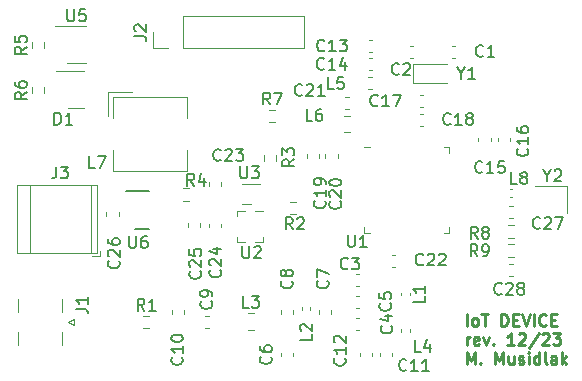
<source format=gbr>
%TF.GenerationSoftware,KiCad,Pcbnew,7.0.8*%
%TF.CreationDate,2024-01-01T15:13:20+01:00*%
%TF.ProjectId,IoT,496f542e-6b69-4636-9164-5f7063625858,rev?*%
%TF.SameCoordinates,Original*%
%TF.FileFunction,Legend,Top*%
%TF.FilePolarity,Positive*%
%FSLAX46Y46*%
G04 Gerber Fmt 4.6, Leading zero omitted, Abs format (unit mm)*
G04 Created by KiCad (PCBNEW 7.0.8) date 2024-01-01 15:13:20*
%MOMM*%
%LPD*%
G01*
G04 APERTURE LIST*
%ADD10C,0.250000*%
%ADD11C,0.150000*%
%ADD12C,0.120000*%
%ADD13C,0.100000*%
G04 APERTURE END LIST*
D10*
X154002568Y-91444619D02*
X154002568Y-90444619D01*
X154621615Y-91444619D02*
X154526377Y-91397000D01*
X154526377Y-91397000D02*
X154478758Y-91349380D01*
X154478758Y-91349380D02*
X154431139Y-91254142D01*
X154431139Y-91254142D02*
X154431139Y-90968428D01*
X154431139Y-90968428D02*
X154478758Y-90873190D01*
X154478758Y-90873190D02*
X154526377Y-90825571D01*
X154526377Y-90825571D02*
X154621615Y-90777952D01*
X154621615Y-90777952D02*
X154764472Y-90777952D01*
X154764472Y-90777952D02*
X154859710Y-90825571D01*
X154859710Y-90825571D02*
X154907329Y-90873190D01*
X154907329Y-90873190D02*
X154954948Y-90968428D01*
X154954948Y-90968428D02*
X154954948Y-91254142D01*
X154954948Y-91254142D02*
X154907329Y-91349380D01*
X154907329Y-91349380D02*
X154859710Y-91397000D01*
X154859710Y-91397000D02*
X154764472Y-91444619D01*
X154764472Y-91444619D02*
X154621615Y-91444619D01*
X155240663Y-90444619D02*
X155812091Y-90444619D01*
X155526377Y-91444619D02*
X155526377Y-90444619D01*
X156907330Y-91444619D02*
X156907330Y-90444619D01*
X156907330Y-90444619D02*
X157145425Y-90444619D01*
X157145425Y-90444619D02*
X157288282Y-90492238D01*
X157288282Y-90492238D02*
X157383520Y-90587476D01*
X157383520Y-90587476D02*
X157431139Y-90682714D01*
X157431139Y-90682714D02*
X157478758Y-90873190D01*
X157478758Y-90873190D02*
X157478758Y-91016047D01*
X157478758Y-91016047D02*
X157431139Y-91206523D01*
X157431139Y-91206523D02*
X157383520Y-91301761D01*
X157383520Y-91301761D02*
X157288282Y-91397000D01*
X157288282Y-91397000D02*
X157145425Y-91444619D01*
X157145425Y-91444619D02*
X156907330Y-91444619D01*
X157907330Y-90920809D02*
X158240663Y-90920809D01*
X158383520Y-91444619D02*
X157907330Y-91444619D01*
X157907330Y-91444619D02*
X157907330Y-90444619D01*
X157907330Y-90444619D02*
X158383520Y-90444619D01*
X158669235Y-90444619D02*
X159002568Y-91444619D01*
X159002568Y-91444619D02*
X159335901Y-90444619D01*
X159669235Y-91444619D02*
X159669235Y-90444619D01*
X160716853Y-91349380D02*
X160669234Y-91397000D01*
X160669234Y-91397000D02*
X160526377Y-91444619D01*
X160526377Y-91444619D02*
X160431139Y-91444619D01*
X160431139Y-91444619D02*
X160288282Y-91397000D01*
X160288282Y-91397000D02*
X160193044Y-91301761D01*
X160193044Y-91301761D02*
X160145425Y-91206523D01*
X160145425Y-91206523D02*
X160097806Y-91016047D01*
X160097806Y-91016047D02*
X160097806Y-90873190D01*
X160097806Y-90873190D02*
X160145425Y-90682714D01*
X160145425Y-90682714D02*
X160193044Y-90587476D01*
X160193044Y-90587476D02*
X160288282Y-90492238D01*
X160288282Y-90492238D02*
X160431139Y-90444619D01*
X160431139Y-90444619D02*
X160526377Y-90444619D01*
X160526377Y-90444619D02*
X160669234Y-90492238D01*
X160669234Y-90492238D02*
X160716853Y-90539857D01*
X161145425Y-90920809D02*
X161478758Y-90920809D01*
X161621615Y-91444619D02*
X161145425Y-91444619D01*
X161145425Y-91444619D02*
X161145425Y-90444619D01*
X161145425Y-90444619D02*
X161621615Y-90444619D01*
X154002568Y-93054619D02*
X154002568Y-92387952D01*
X154002568Y-92578428D02*
X154050187Y-92483190D01*
X154050187Y-92483190D02*
X154097806Y-92435571D01*
X154097806Y-92435571D02*
X154193044Y-92387952D01*
X154193044Y-92387952D02*
X154288282Y-92387952D01*
X155002568Y-93007000D02*
X154907330Y-93054619D01*
X154907330Y-93054619D02*
X154716854Y-93054619D01*
X154716854Y-93054619D02*
X154621616Y-93007000D01*
X154621616Y-93007000D02*
X154573997Y-92911761D01*
X154573997Y-92911761D02*
X154573997Y-92530809D01*
X154573997Y-92530809D02*
X154621616Y-92435571D01*
X154621616Y-92435571D02*
X154716854Y-92387952D01*
X154716854Y-92387952D02*
X154907330Y-92387952D01*
X154907330Y-92387952D02*
X155002568Y-92435571D01*
X155002568Y-92435571D02*
X155050187Y-92530809D01*
X155050187Y-92530809D02*
X155050187Y-92626047D01*
X155050187Y-92626047D02*
X154573997Y-92721285D01*
X155383521Y-92387952D02*
X155621616Y-93054619D01*
X155621616Y-93054619D02*
X155859711Y-92387952D01*
X156240664Y-92959380D02*
X156288283Y-93007000D01*
X156288283Y-93007000D02*
X156240664Y-93054619D01*
X156240664Y-93054619D02*
X156193045Y-93007000D01*
X156193045Y-93007000D02*
X156240664Y-92959380D01*
X156240664Y-92959380D02*
X156240664Y-93054619D01*
X158002568Y-93054619D02*
X157431140Y-93054619D01*
X157716854Y-93054619D02*
X157716854Y-92054619D01*
X157716854Y-92054619D02*
X157621616Y-92197476D01*
X157621616Y-92197476D02*
X157526378Y-92292714D01*
X157526378Y-92292714D02*
X157431140Y-92340333D01*
X158383521Y-92149857D02*
X158431140Y-92102238D01*
X158431140Y-92102238D02*
X158526378Y-92054619D01*
X158526378Y-92054619D02*
X158764473Y-92054619D01*
X158764473Y-92054619D02*
X158859711Y-92102238D01*
X158859711Y-92102238D02*
X158907330Y-92149857D01*
X158907330Y-92149857D02*
X158954949Y-92245095D01*
X158954949Y-92245095D02*
X158954949Y-92340333D01*
X158954949Y-92340333D02*
X158907330Y-92483190D01*
X158907330Y-92483190D02*
X158335902Y-93054619D01*
X158335902Y-93054619D02*
X158954949Y-93054619D01*
X160097806Y-92007000D02*
X159240664Y-93292714D01*
X160383521Y-92149857D02*
X160431140Y-92102238D01*
X160431140Y-92102238D02*
X160526378Y-92054619D01*
X160526378Y-92054619D02*
X160764473Y-92054619D01*
X160764473Y-92054619D02*
X160859711Y-92102238D01*
X160859711Y-92102238D02*
X160907330Y-92149857D01*
X160907330Y-92149857D02*
X160954949Y-92245095D01*
X160954949Y-92245095D02*
X160954949Y-92340333D01*
X160954949Y-92340333D02*
X160907330Y-92483190D01*
X160907330Y-92483190D02*
X160335902Y-93054619D01*
X160335902Y-93054619D02*
X160954949Y-93054619D01*
X161288283Y-92054619D02*
X161907330Y-92054619D01*
X161907330Y-92054619D02*
X161573997Y-92435571D01*
X161573997Y-92435571D02*
X161716854Y-92435571D01*
X161716854Y-92435571D02*
X161812092Y-92483190D01*
X161812092Y-92483190D02*
X161859711Y-92530809D01*
X161859711Y-92530809D02*
X161907330Y-92626047D01*
X161907330Y-92626047D02*
X161907330Y-92864142D01*
X161907330Y-92864142D02*
X161859711Y-92959380D01*
X161859711Y-92959380D02*
X161812092Y-93007000D01*
X161812092Y-93007000D02*
X161716854Y-93054619D01*
X161716854Y-93054619D02*
X161431140Y-93054619D01*
X161431140Y-93054619D02*
X161335902Y-93007000D01*
X161335902Y-93007000D02*
X161288283Y-92959380D01*
X154002568Y-94664619D02*
X154002568Y-93664619D01*
X154002568Y-93664619D02*
X154335901Y-94378904D01*
X154335901Y-94378904D02*
X154669234Y-93664619D01*
X154669234Y-93664619D02*
X154669234Y-94664619D01*
X155145425Y-94569380D02*
X155193044Y-94617000D01*
X155193044Y-94617000D02*
X155145425Y-94664619D01*
X155145425Y-94664619D02*
X155097806Y-94617000D01*
X155097806Y-94617000D02*
X155145425Y-94569380D01*
X155145425Y-94569380D02*
X155145425Y-94664619D01*
X156383520Y-94664619D02*
X156383520Y-93664619D01*
X156383520Y-93664619D02*
X156716853Y-94378904D01*
X156716853Y-94378904D02*
X157050186Y-93664619D01*
X157050186Y-93664619D02*
X157050186Y-94664619D01*
X157954948Y-93997952D02*
X157954948Y-94664619D01*
X157526377Y-93997952D02*
X157526377Y-94521761D01*
X157526377Y-94521761D02*
X157573996Y-94617000D01*
X157573996Y-94617000D02*
X157669234Y-94664619D01*
X157669234Y-94664619D02*
X157812091Y-94664619D01*
X157812091Y-94664619D02*
X157907329Y-94617000D01*
X157907329Y-94617000D02*
X157954948Y-94569380D01*
X158383520Y-94617000D02*
X158478758Y-94664619D01*
X158478758Y-94664619D02*
X158669234Y-94664619D01*
X158669234Y-94664619D02*
X158764472Y-94617000D01*
X158764472Y-94617000D02*
X158812091Y-94521761D01*
X158812091Y-94521761D02*
X158812091Y-94474142D01*
X158812091Y-94474142D02*
X158764472Y-94378904D01*
X158764472Y-94378904D02*
X158669234Y-94331285D01*
X158669234Y-94331285D02*
X158526377Y-94331285D01*
X158526377Y-94331285D02*
X158431139Y-94283666D01*
X158431139Y-94283666D02*
X158383520Y-94188428D01*
X158383520Y-94188428D02*
X158383520Y-94140809D01*
X158383520Y-94140809D02*
X158431139Y-94045571D01*
X158431139Y-94045571D02*
X158526377Y-93997952D01*
X158526377Y-93997952D02*
X158669234Y-93997952D01*
X158669234Y-93997952D02*
X158764472Y-94045571D01*
X159240663Y-94664619D02*
X159240663Y-93997952D01*
X159240663Y-93664619D02*
X159193044Y-93712238D01*
X159193044Y-93712238D02*
X159240663Y-93759857D01*
X159240663Y-93759857D02*
X159288282Y-93712238D01*
X159288282Y-93712238D02*
X159240663Y-93664619D01*
X159240663Y-93664619D02*
X159240663Y-93759857D01*
X160145424Y-94664619D02*
X160145424Y-93664619D01*
X160145424Y-94617000D02*
X160050186Y-94664619D01*
X160050186Y-94664619D02*
X159859710Y-94664619D01*
X159859710Y-94664619D02*
X159764472Y-94617000D01*
X159764472Y-94617000D02*
X159716853Y-94569380D01*
X159716853Y-94569380D02*
X159669234Y-94474142D01*
X159669234Y-94474142D02*
X159669234Y-94188428D01*
X159669234Y-94188428D02*
X159716853Y-94093190D01*
X159716853Y-94093190D02*
X159764472Y-94045571D01*
X159764472Y-94045571D02*
X159859710Y-93997952D01*
X159859710Y-93997952D02*
X160050186Y-93997952D01*
X160050186Y-93997952D02*
X160145424Y-94045571D01*
X160764472Y-94664619D02*
X160669234Y-94617000D01*
X160669234Y-94617000D02*
X160621615Y-94521761D01*
X160621615Y-94521761D02*
X160621615Y-93664619D01*
X161573996Y-94664619D02*
X161573996Y-94140809D01*
X161573996Y-94140809D02*
X161526377Y-94045571D01*
X161526377Y-94045571D02*
X161431139Y-93997952D01*
X161431139Y-93997952D02*
X161240663Y-93997952D01*
X161240663Y-93997952D02*
X161145425Y-94045571D01*
X161573996Y-94617000D02*
X161478758Y-94664619D01*
X161478758Y-94664619D02*
X161240663Y-94664619D01*
X161240663Y-94664619D02*
X161145425Y-94617000D01*
X161145425Y-94617000D02*
X161097806Y-94521761D01*
X161097806Y-94521761D02*
X161097806Y-94426523D01*
X161097806Y-94426523D02*
X161145425Y-94331285D01*
X161145425Y-94331285D02*
X161240663Y-94283666D01*
X161240663Y-94283666D02*
X161478758Y-94283666D01*
X161478758Y-94283666D02*
X161573996Y-94236047D01*
X162050187Y-94664619D02*
X162050187Y-93664619D01*
X162145425Y-94283666D02*
X162431139Y-94664619D01*
X162431139Y-93997952D02*
X162050187Y-94378904D01*
D11*
X141959580Y-80842857D02*
X142007200Y-80890476D01*
X142007200Y-80890476D02*
X142054819Y-81033333D01*
X142054819Y-81033333D02*
X142054819Y-81128571D01*
X142054819Y-81128571D02*
X142007200Y-81271428D01*
X142007200Y-81271428D02*
X141911961Y-81366666D01*
X141911961Y-81366666D02*
X141816723Y-81414285D01*
X141816723Y-81414285D02*
X141626247Y-81461904D01*
X141626247Y-81461904D02*
X141483390Y-81461904D01*
X141483390Y-81461904D02*
X141292914Y-81414285D01*
X141292914Y-81414285D02*
X141197676Y-81366666D01*
X141197676Y-81366666D02*
X141102438Y-81271428D01*
X141102438Y-81271428D02*
X141054819Y-81128571D01*
X141054819Y-81128571D02*
X141054819Y-81033333D01*
X141054819Y-81033333D02*
X141102438Y-80890476D01*
X141102438Y-80890476D02*
X141150057Y-80842857D01*
X142054819Y-79890476D02*
X142054819Y-80461904D01*
X142054819Y-80176190D02*
X141054819Y-80176190D01*
X141054819Y-80176190D02*
X141197676Y-80271428D01*
X141197676Y-80271428D02*
X141292914Y-80366666D01*
X141292914Y-80366666D02*
X141340533Y-80461904D01*
X142054819Y-79414285D02*
X142054819Y-79223809D01*
X142054819Y-79223809D02*
X142007200Y-79128571D01*
X142007200Y-79128571D02*
X141959580Y-79080952D01*
X141959580Y-79080952D02*
X141816723Y-78985714D01*
X141816723Y-78985714D02*
X141626247Y-78938095D01*
X141626247Y-78938095D02*
X141245295Y-78938095D01*
X141245295Y-78938095D02*
X141150057Y-78985714D01*
X141150057Y-78985714D02*
X141102438Y-79033333D01*
X141102438Y-79033333D02*
X141054819Y-79128571D01*
X141054819Y-79128571D02*
X141054819Y-79319047D01*
X141054819Y-79319047D02*
X141102438Y-79414285D01*
X141102438Y-79414285D02*
X141150057Y-79461904D01*
X141150057Y-79461904D02*
X141245295Y-79509523D01*
X141245295Y-79509523D02*
X141483390Y-79509523D01*
X141483390Y-79509523D02*
X141578628Y-79461904D01*
X141578628Y-79461904D02*
X141626247Y-79414285D01*
X141626247Y-79414285D02*
X141673866Y-79319047D01*
X141673866Y-79319047D02*
X141673866Y-79128571D01*
X141673866Y-79128571D02*
X141626247Y-79033333D01*
X141626247Y-79033333D02*
X141578628Y-78985714D01*
X141578628Y-78985714D02*
X141483390Y-78938095D01*
X134823295Y-77940819D02*
X134823295Y-78750342D01*
X134823295Y-78750342D02*
X134870914Y-78845580D01*
X134870914Y-78845580D02*
X134918533Y-78893200D01*
X134918533Y-78893200D02*
X135013771Y-78940819D01*
X135013771Y-78940819D02*
X135204247Y-78940819D01*
X135204247Y-78940819D02*
X135299485Y-78893200D01*
X135299485Y-78893200D02*
X135347104Y-78845580D01*
X135347104Y-78845580D02*
X135394723Y-78750342D01*
X135394723Y-78750342D02*
X135394723Y-77940819D01*
X135775676Y-77940819D02*
X136394723Y-77940819D01*
X136394723Y-77940819D02*
X136061390Y-78321771D01*
X136061390Y-78321771D02*
X136204247Y-78321771D01*
X136204247Y-78321771D02*
X136299485Y-78369390D01*
X136299485Y-78369390D02*
X136347104Y-78417009D01*
X136347104Y-78417009D02*
X136394723Y-78512247D01*
X136394723Y-78512247D02*
X136394723Y-78750342D01*
X136394723Y-78750342D02*
X136347104Y-78845580D01*
X136347104Y-78845580D02*
X136299485Y-78893200D01*
X136299485Y-78893200D02*
X136204247Y-78940819D01*
X136204247Y-78940819D02*
X135918533Y-78940819D01*
X135918533Y-78940819D02*
X135823295Y-78893200D01*
X135823295Y-78893200D02*
X135775676Y-78845580D01*
X142733733Y-71369019D02*
X142257543Y-71369019D01*
X142257543Y-71369019D02*
X142257543Y-70369019D01*
X143543257Y-70369019D02*
X143067067Y-70369019D01*
X143067067Y-70369019D02*
X143019448Y-70845209D01*
X143019448Y-70845209D02*
X143067067Y-70797590D01*
X143067067Y-70797590D02*
X143162305Y-70749971D01*
X143162305Y-70749971D02*
X143400400Y-70749971D01*
X143400400Y-70749971D02*
X143495638Y-70797590D01*
X143495638Y-70797590D02*
X143543257Y-70845209D01*
X143543257Y-70845209D02*
X143590876Y-70940447D01*
X143590876Y-70940447D02*
X143590876Y-71178542D01*
X143590876Y-71178542D02*
X143543257Y-71273780D01*
X143543257Y-71273780D02*
X143495638Y-71321400D01*
X143495638Y-71321400D02*
X143400400Y-71369019D01*
X143400400Y-71369019D02*
X143162305Y-71369019D01*
X143162305Y-71369019D02*
X143067067Y-71321400D01*
X143067067Y-71321400D02*
X143019448Y-71273780D01*
X137350833Y-72684819D02*
X137017500Y-72208628D01*
X136779405Y-72684819D02*
X136779405Y-71684819D01*
X136779405Y-71684819D02*
X137160357Y-71684819D01*
X137160357Y-71684819D02*
X137255595Y-71732438D01*
X137255595Y-71732438D02*
X137303214Y-71780057D01*
X137303214Y-71780057D02*
X137350833Y-71875295D01*
X137350833Y-71875295D02*
X137350833Y-72018152D01*
X137350833Y-72018152D02*
X137303214Y-72113390D01*
X137303214Y-72113390D02*
X137255595Y-72161009D01*
X137255595Y-72161009D02*
X137160357Y-72208628D01*
X137160357Y-72208628D02*
X136779405Y-72208628D01*
X137684167Y-71684819D02*
X138350833Y-71684819D01*
X138350833Y-71684819D02*
X137922262Y-72684819D01*
X139253933Y-83258819D02*
X138920600Y-82782628D01*
X138682505Y-83258819D02*
X138682505Y-82258819D01*
X138682505Y-82258819D02*
X139063457Y-82258819D01*
X139063457Y-82258819D02*
X139158695Y-82306438D01*
X139158695Y-82306438D02*
X139206314Y-82354057D01*
X139206314Y-82354057D02*
X139253933Y-82449295D01*
X139253933Y-82449295D02*
X139253933Y-82592152D01*
X139253933Y-82592152D02*
X139206314Y-82687390D01*
X139206314Y-82687390D02*
X139158695Y-82735009D01*
X139158695Y-82735009D02*
X139063457Y-82782628D01*
X139063457Y-82782628D02*
X138682505Y-82782628D01*
X139634886Y-82354057D02*
X139682505Y-82306438D01*
X139682505Y-82306438D02*
X139777743Y-82258819D01*
X139777743Y-82258819D02*
X140015838Y-82258819D01*
X140015838Y-82258819D02*
X140111076Y-82306438D01*
X140111076Y-82306438D02*
X140158695Y-82354057D01*
X140158695Y-82354057D02*
X140206314Y-82449295D01*
X140206314Y-82449295D02*
X140206314Y-82544533D01*
X140206314Y-82544533D02*
X140158695Y-82687390D01*
X140158695Y-82687390D02*
X139587267Y-83258819D01*
X139587267Y-83258819D02*
X140206314Y-83258819D01*
X125854819Y-66903333D02*
X126569104Y-66903333D01*
X126569104Y-66903333D02*
X126711961Y-66950952D01*
X126711961Y-66950952D02*
X126807200Y-67046190D01*
X126807200Y-67046190D02*
X126854819Y-67189047D01*
X126854819Y-67189047D02*
X126854819Y-67284285D01*
X125950057Y-66474761D02*
X125902438Y-66427142D01*
X125902438Y-66427142D02*
X125854819Y-66331904D01*
X125854819Y-66331904D02*
X125854819Y-66093809D01*
X125854819Y-66093809D02*
X125902438Y-65998571D01*
X125902438Y-65998571D02*
X125950057Y-65950952D01*
X125950057Y-65950952D02*
X126045295Y-65903333D01*
X126045295Y-65903333D02*
X126140533Y-65903333D01*
X126140533Y-65903333D02*
X126283390Y-65950952D01*
X126283390Y-65950952D02*
X126854819Y-66522380D01*
X126854819Y-66522380D02*
X126854819Y-65903333D01*
X147603380Y-91438266D02*
X147651000Y-91485885D01*
X147651000Y-91485885D02*
X147698619Y-91628742D01*
X147698619Y-91628742D02*
X147698619Y-91723980D01*
X147698619Y-91723980D02*
X147651000Y-91866837D01*
X147651000Y-91866837D02*
X147555761Y-91962075D01*
X147555761Y-91962075D02*
X147460523Y-92009694D01*
X147460523Y-92009694D02*
X147270047Y-92057313D01*
X147270047Y-92057313D02*
X147127190Y-92057313D01*
X147127190Y-92057313D02*
X146936714Y-92009694D01*
X146936714Y-92009694D02*
X146841476Y-91962075D01*
X146841476Y-91962075D02*
X146746238Y-91866837D01*
X146746238Y-91866837D02*
X146698619Y-91723980D01*
X146698619Y-91723980D02*
X146698619Y-91628742D01*
X146698619Y-91628742D02*
X146746238Y-91485885D01*
X146746238Y-91485885D02*
X146793857Y-91438266D01*
X147031952Y-90581123D02*
X147698619Y-90581123D01*
X146651000Y-90819218D02*
X147365285Y-91057313D01*
X147365285Y-91057313D02*
X147365285Y-90438266D01*
X141912242Y-69648180D02*
X141864623Y-69695800D01*
X141864623Y-69695800D02*
X141721766Y-69743419D01*
X141721766Y-69743419D02*
X141626528Y-69743419D01*
X141626528Y-69743419D02*
X141483671Y-69695800D01*
X141483671Y-69695800D02*
X141388433Y-69600561D01*
X141388433Y-69600561D02*
X141340814Y-69505323D01*
X141340814Y-69505323D02*
X141293195Y-69314847D01*
X141293195Y-69314847D02*
X141293195Y-69171990D01*
X141293195Y-69171990D02*
X141340814Y-68981514D01*
X141340814Y-68981514D02*
X141388433Y-68886276D01*
X141388433Y-68886276D02*
X141483671Y-68791038D01*
X141483671Y-68791038D02*
X141626528Y-68743419D01*
X141626528Y-68743419D02*
X141721766Y-68743419D01*
X141721766Y-68743419D02*
X141864623Y-68791038D01*
X141864623Y-68791038D02*
X141912242Y-68838657D01*
X142864623Y-69743419D02*
X142293195Y-69743419D01*
X142578909Y-69743419D02*
X142578909Y-68743419D01*
X142578909Y-68743419D02*
X142483671Y-68886276D01*
X142483671Y-68886276D02*
X142388433Y-68981514D01*
X142388433Y-68981514D02*
X142293195Y-69029133D01*
X143721766Y-69076752D02*
X143721766Y-69743419D01*
X143483671Y-68695800D02*
X143245576Y-69410085D01*
X143245576Y-69410085D02*
X143864623Y-69410085D01*
X129876380Y-94101057D02*
X129924000Y-94148676D01*
X129924000Y-94148676D02*
X129971619Y-94291533D01*
X129971619Y-94291533D02*
X129971619Y-94386771D01*
X129971619Y-94386771D02*
X129924000Y-94529628D01*
X129924000Y-94529628D02*
X129828761Y-94624866D01*
X129828761Y-94624866D02*
X129733523Y-94672485D01*
X129733523Y-94672485D02*
X129543047Y-94720104D01*
X129543047Y-94720104D02*
X129400190Y-94720104D01*
X129400190Y-94720104D02*
X129209714Y-94672485D01*
X129209714Y-94672485D02*
X129114476Y-94624866D01*
X129114476Y-94624866D02*
X129019238Y-94529628D01*
X129019238Y-94529628D02*
X128971619Y-94386771D01*
X128971619Y-94386771D02*
X128971619Y-94291533D01*
X128971619Y-94291533D02*
X129019238Y-94148676D01*
X129019238Y-94148676D02*
X129066857Y-94101057D01*
X129971619Y-93148676D02*
X129971619Y-93720104D01*
X129971619Y-93434390D02*
X128971619Y-93434390D01*
X128971619Y-93434390D02*
X129114476Y-93529628D01*
X129114476Y-93529628D02*
X129209714Y-93624866D01*
X129209714Y-93624866D02*
X129257333Y-93720104D01*
X128971619Y-92529628D02*
X128971619Y-92434390D01*
X128971619Y-92434390D02*
X129019238Y-92339152D01*
X129019238Y-92339152D02*
X129066857Y-92291533D01*
X129066857Y-92291533D02*
X129162095Y-92243914D01*
X129162095Y-92243914D02*
X129352571Y-92196295D01*
X129352571Y-92196295D02*
X129590666Y-92196295D01*
X129590666Y-92196295D02*
X129781142Y-92243914D01*
X129781142Y-92243914D02*
X129876380Y-92291533D01*
X129876380Y-92291533D02*
X129924000Y-92339152D01*
X129924000Y-92339152D02*
X129971619Y-92434390D01*
X129971619Y-92434390D02*
X129971619Y-92529628D01*
X129971619Y-92529628D02*
X129924000Y-92624866D01*
X129924000Y-92624866D02*
X129876380Y-92672485D01*
X129876380Y-92672485D02*
X129781142Y-92720104D01*
X129781142Y-92720104D02*
X129590666Y-92767723D01*
X129590666Y-92767723D02*
X129352571Y-92767723D01*
X129352571Y-92767723D02*
X129162095Y-92720104D01*
X129162095Y-92720104D02*
X129066857Y-92672485D01*
X129066857Y-92672485D02*
X129019238Y-92624866D01*
X129019238Y-92624866D02*
X128971619Y-92529628D01*
X150083333Y-93629819D02*
X149607143Y-93629819D01*
X149607143Y-93629819D02*
X149607143Y-92629819D01*
X150845238Y-92963152D02*
X150845238Y-93629819D01*
X150607143Y-92582200D02*
X150369048Y-93296485D01*
X150369048Y-93296485D02*
X150988095Y-93296485D01*
X133109580Y-86702857D02*
X133157200Y-86750476D01*
X133157200Y-86750476D02*
X133204819Y-86893333D01*
X133204819Y-86893333D02*
X133204819Y-86988571D01*
X133204819Y-86988571D02*
X133157200Y-87131428D01*
X133157200Y-87131428D02*
X133061961Y-87226666D01*
X133061961Y-87226666D02*
X132966723Y-87274285D01*
X132966723Y-87274285D02*
X132776247Y-87321904D01*
X132776247Y-87321904D02*
X132633390Y-87321904D01*
X132633390Y-87321904D02*
X132442914Y-87274285D01*
X132442914Y-87274285D02*
X132347676Y-87226666D01*
X132347676Y-87226666D02*
X132252438Y-87131428D01*
X132252438Y-87131428D02*
X132204819Y-86988571D01*
X132204819Y-86988571D02*
X132204819Y-86893333D01*
X132204819Y-86893333D02*
X132252438Y-86750476D01*
X132252438Y-86750476D02*
X132300057Y-86702857D01*
X132300057Y-86321904D02*
X132252438Y-86274285D01*
X132252438Y-86274285D02*
X132204819Y-86179047D01*
X132204819Y-86179047D02*
X132204819Y-85940952D01*
X132204819Y-85940952D02*
X132252438Y-85845714D01*
X132252438Y-85845714D02*
X132300057Y-85798095D01*
X132300057Y-85798095D02*
X132395295Y-85750476D01*
X132395295Y-85750476D02*
X132490533Y-85750476D01*
X132490533Y-85750476D02*
X132633390Y-85798095D01*
X132633390Y-85798095D02*
X133204819Y-86369523D01*
X133204819Y-86369523D02*
X133204819Y-85750476D01*
X132538152Y-84893333D02*
X133204819Y-84893333D01*
X132157200Y-85131428D02*
X132871485Y-85369523D01*
X132871485Y-85369523D02*
X132871485Y-84750476D01*
X143938095Y-83754819D02*
X143938095Y-84564342D01*
X143938095Y-84564342D02*
X143985714Y-84659580D01*
X143985714Y-84659580D02*
X144033333Y-84707200D01*
X144033333Y-84707200D02*
X144128571Y-84754819D01*
X144128571Y-84754819D02*
X144319047Y-84754819D01*
X144319047Y-84754819D02*
X144414285Y-84707200D01*
X144414285Y-84707200D02*
X144461904Y-84659580D01*
X144461904Y-84659580D02*
X144509523Y-84564342D01*
X144509523Y-84564342D02*
X144509523Y-83754819D01*
X145509523Y-84754819D02*
X144938095Y-84754819D01*
X145223809Y-84754819D02*
X145223809Y-83754819D01*
X145223809Y-83754819D02*
X145128571Y-83897676D01*
X145128571Y-83897676D02*
X145033333Y-83992914D01*
X145033333Y-83992914D02*
X144938095Y-84040533D01*
X155383333Y-68559580D02*
X155335714Y-68607200D01*
X155335714Y-68607200D02*
X155192857Y-68654819D01*
X155192857Y-68654819D02*
X155097619Y-68654819D01*
X155097619Y-68654819D02*
X154954762Y-68607200D01*
X154954762Y-68607200D02*
X154859524Y-68511961D01*
X154859524Y-68511961D02*
X154811905Y-68416723D01*
X154811905Y-68416723D02*
X154764286Y-68226247D01*
X154764286Y-68226247D02*
X154764286Y-68083390D01*
X154764286Y-68083390D02*
X154811905Y-67892914D01*
X154811905Y-67892914D02*
X154859524Y-67797676D01*
X154859524Y-67797676D02*
X154954762Y-67702438D01*
X154954762Y-67702438D02*
X155097619Y-67654819D01*
X155097619Y-67654819D02*
X155192857Y-67654819D01*
X155192857Y-67654819D02*
X155335714Y-67702438D01*
X155335714Y-67702438D02*
X155383333Y-67750057D01*
X156335714Y-68654819D02*
X155764286Y-68654819D01*
X156050000Y-68654819D02*
X156050000Y-67654819D01*
X156050000Y-67654819D02*
X155954762Y-67797676D01*
X155954762Y-67797676D02*
X155859524Y-67892914D01*
X155859524Y-67892914D02*
X155764286Y-67940533D01*
X126706633Y-90148519D02*
X126373300Y-89672328D01*
X126135205Y-90148519D02*
X126135205Y-89148519D01*
X126135205Y-89148519D02*
X126516157Y-89148519D01*
X126516157Y-89148519D02*
X126611395Y-89196138D01*
X126611395Y-89196138D02*
X126659014Y-89243757D01*
X126659014Y-89243757D02*
X126706633Y-89338995D01*
X126706633Y-89338995D02*
X126706633Y-89481852D01*
X126706633Y-89481852D02*
X126659014Y-89577090D01*
X126659014Y-89577090D02*
X126611395Y-89624709D01*
X126611395Y-89624709D02*
X126516157Y-89672328D01*
X126516157Y-89672328D02*
X126135205Y-89672328D01*
X127659014Y-90148519D02*
X127087586Y-90148519D01*
X127373300Y-90148519D02*
X127373300Y-89148519D01*
X127373300Y-89148519D02*
X127278062Y-89291376D01*
X127278062Y-89291376D02*
X127182824Y-89386614D01*
X127182824Y-89386614D02*
X127087586Y-89434233D01*
X140057942Y-71864380D02*
X140010323Y-71912000D01*
X140010323Y-71912000D02*
X139867466Y-71959619D01*
X139867466Y-71959619D02*
X139772228Y-71959619D01*
X139772228Y-71959619D02*
X139629371Y-71912000D01*
X139629371Y-71912000D02*
X139534133Y-71816761D01*
X139534133Y-71816761D02*
X139486514Y-71721523D01*
X139486514Y-71721523D02*
X139438895Y-71531047D01*
X139438895Y-71531047D02*
X139438895Y-71388190D01*
X139438895Y-71388190D02*
X139486514Y-71197714D01*
X139486514Y-71197714D02*
X139534133Y-71102476D01*
X139534133Y-71102476D02*
X139629371Y-71007238D01*
X139629371Y-71007238D02*
X139772228Y-70959619D01*
X139772228Y-70959619D02*
X139867466Y-70959619D01*
X139867466Y-70959619D02*
X140010323Y-71007238D01*
X140010323Y-71007238D02*
X140057942Y-71054857D01*
X140438895Y-71054857D02*
X140486514Y-71007238D01*
X140486514Y-71007238D02*
X140581752Y-70959619D01*
X140581752Y-70959619D02*
X140819847Y-70959619D01*
X140819847Y-70959619D02*
X140915085Y-71007238D01*
X140915085Y-71007238D02*
X140962704Y-71054857D01*
X140962704Y-71054857D02*
X141010323Y-71150095D01*
X141010323Y-71150095D02*
X141010323Y-71245333D01*
X141010323Y-71245333D02*
X140962704Y-71388190D01*
X140962704Y-71388190D02*
X140391276Y-71959619D01*
X140391276Y-71959619D02*
X141010323Y-71959619D01*
X141962704Y-71959619D02*
X141391276Y-71959619D01*
X141676990Y-71959619D02*
X141676990Y-70959619D01*
X141676990Y-70959619D02*
X141581752Y-71102476D01*
X141581752Y-71102476D02*
X141486514Y-71197714D01*
X141486514Y-71197714D02*
X141391276Y-71245333D01*
X152620742Y-74330780D02*
X152573123Y-74378400D01*
X152573123Y-74378400D02*
X152430266Y-74426019D01*
X152430266Y-74426019D02*
X152335028Y-74426019D01*
X152335028Y-74426019D02*
X152192171Y-74378400D01*
X152192171Y-74378400D02*
X152096933Y-74283161D01*
X152096933Y-74283161D02*
X152049314Y-74187923D01*
X152049314Y-74187923D02*
X152001695Y-73997447D01*
X152001695Y-73997447D02*
X152001695Y-73854590D01*
X152001695Y-73854590D02*
X152049314Y-73664114D01*
X152049314Y-73664114D02*
X152096933Y-73568876D01*
X152096933Y-73568876D02*
X152192171Y-73473638D01*
X152192171Y-73473638D02*
X152335028Y-73426019D01*
X152335028Y-73426019D02*
X152430266Y-73426019D01*
X152430266Y-73426019D02*
X152573123Y-73473638D01*
X152573123Y-73473638D02*
X152620742Y-73521257D01*
X153573123Y-74426019D02*
X153001695Y-74426019D01*
X153287409Y-74426019D02*
X153287409Y-73426019D01*
X153287409Y-73426019D02*
X153192171Y-73568876D01*
X153192171Y-73568876D02*
X153096933Y-73664114D01*
X153096933Y-73664114D02*
X153001695Y-73711733D01*
X154144552Y-73854590D02*
X154049314Y-73806971D01*
X154049314Y-73806971D02*
X154001695Y-73759352D01*
X154001695Y-73759352D02*
X153954076Y-73664114D01*
X153954076Y-73664114D02*
X153954076Y-73616495D01*
X153954076Y-73616495D02*
X154001695Y-73521257D01*
X154001695Y-73521257D02*
X154049314Y-73473638D01*
X154049314Y-73473638D02*
X154144552Y-73426019D01*
X154144552Y-73426019D02*
X154335028Y-73426019D01*
X154335028Y-73426019D02*
X154430266Y-73473638D01*
X154430266Y-73473638D02*
X154477885Y-73521257D01*
X154477885Y-73521257D02*
X154525504Y-73616495D01*
X154525504Y-73616495D02*
X154525504Y-73664114D01*
X154525504Y-73664114D02*
X154477885Y-73759352D01*
X154477885Y-73759352D02*
X154430266Y-73806971D01*
X154430266Y-73806971D02*
X154335028Y-73854590D01*
X154335028Y-73854590D02*
X154144552Y-73854590D01*
X154144552Y-73854590D02*
X154049314Y-73902209D01*
X154049314Y-73902209D02*
X154001695Y-73949828D01*
X154001695Y-73949828D02*
X153954076Y-74045066D01*
X153954076Y-74045066D02*
X153954076Y-74235542D01*
X153954076Y-74235542D02*
X154001695Y-74330780D01*
X154001695Y-74330780D02*
X154049314Y-74378400D01*
X154049314Y-74378400D02*
X154144552Y-74426019D01*
X154144552Y-74426019D02*
X154335028Y-74426019D01*
X154335028Y-74426019D02*
X154430266Y-74378400D01*
X154430266Y-74378400D02*
X154477885Y-74330780D01*
X154477885Y-74330780D02*
X154525504Y-74235542D01*
X154525504Y-74235542D02*
X154525504Y-74045066D01*
X154525504Y-74045066D02*
X154477885Y-73949828D01*
X154477885Y-73949828D02*
X154430266Y-73902209D01*
X154430266Y-73902209D02*
X154335028Y-73854590D01*
X143933333Y-86559580D02*
X143885714Y-86607200D01*
X143885714Y-86607200D02*
X143742857Y-86654819D01*
X143742857Y-86654819D02*
X143647619Y-86654819D01*
X143647619Y-86654819D02*
X143504762Y-86607200D01*
X143504762Y-86607200D02*
X143409524Y-86511961D01*
X143409524Y-86511961D02*
X143361905Y-86416723D01*
X143361905Y-86416723D02*
X143314286Y-86226247D01*
X143314286Y-86226247D02*
X143314286Y-86083390D01*
X143314286Y-86083390D02*
X143361905Y-85892914D01*
X143361905Y-85892914D02*
X143409524Y-85797676D01*
X143409524Y-85797676D02*
X143504762Y-85702438D01*
X143504762Y-85702438D02*
X143647619Y-85654819D01*
X143647619Y-85654819D02*
X143742857Y-85654819D01*
X143742857Y-85654819D02*
X143885714Y-85702438D01*
X143885714Y-85702438D02*
X143933333Y-85750057D01*
X144266667Y-85654819D02*
X144885714Y-85654819D01*
X144885714Y-85654819D02*
X144552381Y-86035771D01*
X144552381Y-86035771D02*
X144695238Y-86035771D01*
X144695238Y-86035771D02*
X144790476Y-86083390D01*
X144790476Y-86083390D02*
X144838095Y-86131009D01*
X144838095Y-86131009D02*
X144885714Y-86226247D01*
X144885714Y-86226247D02*
X144885714Y-86464342D01*
X144885714Y-86464342D02*
X144838095Y-86559580D01*
X144838095Y-86559580D02*
X144790476Y-86607200D01*
X144790476Y-86607200D02*
X144695238Y-86654819D01*
X144695238Y-86654819D02*
X144409524Y-86654819D01*
X144409524Y-86654819D02*
X144314286Y-86607200D01*
X144314286Y-86607200D02*
X144266667Y-86559580D01*
X143259580Y-80902857D02*
X143307200Y-80950476D01*
X143307200Y-80950476D02*
X143354819Y-81093333D01*
X143354819Y-81093333D02*
X143354819Y-81188571D01*
X143354819Y-81188571D02*
X143307200Y-81331428D01*
X143307200Y-81331428D02*
X143211961Y-81426666D01*
X143211961Y-81426666D02*
X143116723Y-81474285D01*
X143116723Y-81474285D02*
X142926247Y-81521904D01*
X142926247Y-81521904D02*
X142783390Y-81521904D01*
X142783390Y-81521904D02*
X142592914Y-81474285D01*
X142592914Y-81474285D02*
X142497676Y-81426666D01*
X142497676Y-81426666D02*
X142402438Y-81331428D01*
X142402438Y-81331428D02*
X142354819Y-81188571D01*
X142354819Y-81188571D02*
X142354819Y-81093333D01*
X142354819Y-81093333D02*
X142402438Y-80950476D01*
X142402438Y-80950476D02*
X142450057Y-80902857D01*
X142450057Y-80521904D02*
X142402438Y-80474285D01*
X142402438Y-80474285D02*
X142354819Y-80379047D01*
X142354819Y-80379047D02*
X142354819Y-80140952D01*
X142354819Y-80140952D02*
X142402438Y-80045714D01*
X142402438Y-80045714D02*
X142450057Y-79998095D01*
X142450057Y-79998095D02*
X142545295Y-79950476D01*
X142545295Y-79950476D02*
X142640533Y-79950476D01*
X142640533Y-79950476D02*
X142783390Y-79998095D01*
X142783390Y-79998095D02*
X143354819Y-80569523D01*
X143354819Y-80569523D02*
X143354819Y-79950476D01*
X142354819Y-79331428D02*
X142354819Y-79236190D01*
X142354819Y-79236190D02*
X142402438Y-79140952D01*
X142402438Y-79140952D02*
X142450057Y-79093333D01*
X142450057Y-79093333D02*
X142545295Y-79045714D01*
X142545295Y-79045714D02*
X142735771Y-78998095D01*
X142735771Y-78998095D02*
X142973866Y-78998095D01*
X142973866Y-78998095D02*
X143164342Y-79045714D01*
X143164342Y-79045714D02*
X143259580Y-79093333D01*
X143259580Y-79093333D02*
X143307200Y-79140952D01*
X143307200Y-79140952D02*
X143354819Y-79236190D01*
X143354819Y-79236190D02*
X143354819Y-79331428D01*
X143354819Y-79331428D02*
X143307200Y-79426666D01*
X143307200Y-79426666D02*
X143259580Y-79474285D01*
X143259580Y-79474285D02*
X143164342Y-79521904D01*
X143164342Y-79521904D02*
X142973866Y-79569523D01*
X142973866Y-79569523D02*
X142735771Y-79569523D01*
X142735771Y-79569523D02*
X142545295Y-79521904D01*
X142545295Y-79521904D02*
X142450057Y-79474285D01*
X142450057Y-79474285D02*
X142402438Y-79426666D01*
X142402438Y-79426666D02*
X142354819Y-79331428D01*
X148258333Y-70084580D02*
X148210714Y-70132200D01*
X148210714Y-70132200D02*
X148067857Y-70179819D01*
X148067857Y-70179819D02*
X147972619Y-70179819D01*
X147972619Y-70179819D02*
X147829762Y-70132200D01*
X147829762Y-70132200D02*
X147734524Y-70036961D01*
X147734524Y-70036961D02*
X147686905Y-69941723D01*
X147686905Y-69941723D02*
X147639286Y-69751247D01*
X147639286Y-69751247D02*
X147639286Y-69608390D01*
X147639286Y-69608390D02*
X147686905Y-69417914D01*
X147686905Y-69417914D02*
X147734524Y-69322676D01*
X147734524Y-69322676D02*
X147829762Y-69227438D01*
X147829762Y-69227438D02*
X147972619Y-69179819D01*
X147972619Y-69179819D02*
X148067857Y-69179819D01*
X148067857Y-69179819D02*
X148210714Y-69227438D01*
X148210714Y-69227438D02*
X148258333Y-69275057D01*
X148639286Y-69275057D02*
X148686905Y-69227438D01*
X148686905Y-69227438D02*
X148782143Y-69179819D01*
X148782143Y-69179819D02*
X149020238Y-69179819D01*
X149020238Y-69179819D02*
X149115476Y-69227438D01*
X149115476Y-69227438D02*
X149163095Y-69275057D01*
X149163095Y-69275057D02*
X149210714Y-69370295D01*
X149210714Y-69370295D02*
X149210714Y-69465533D01*
X149210714Y-69465533D02*
X149163095Y-69608390D01*
X149163095Y-69608390D02*
X148591667Y-70179819D01*
X148591667Y-70179819D02*
X149210714Y-70179819D01*
X122508333Y-78029819D02*
X122032143Y-78029819D01*
X122032143Y-78029819D02*
X122032143Y-77029819D01*
X122746429Y-77029819D02*
X123413095Y-77029819D01*
X123413095Y-77029819D02*
X122984524Y-78029819D01*
X142195380Y-87629366D02*
X142243000Y-87676985D01*
X142243000Y-87676985D02*
X142290619Y-87819842D01*
X142290619Y-87819842D02*
X142290619Y-87915080D01*
X142290619Y-87915080D02*
X142243000Y-88057937D01*
X142243000Y-88057937D02*
X142147761Y-88153175D01*
X142147761Y-88153175D02*
X142052523Y-88200794D01*
X142052523Y-88200794D02*
X141862047Y-88248413D01*
X141862047Y-88248413D02*
X141719190Y-88248413D01*
X141719190Y-88248413D02*
X141528714Y-88200794D01*
X141528714Y-88200794D02*
X141433476Y-88153175D01*
X141433476Y-88153175D02*
X141338238Y-88057937D01*
X141338238Y-88057937D02*
X141290619Y-87915080D01*
X141290619Y-87915080D02*
X141290619Y-87819842D01*
X141290619Y-87819842D02*
X141338238Y-87676985D01*
X141338238Y-87676985D02*
X141385857Y-87629366D01*
X141290619Y-87296032D02*
X141290619Y-86629366D01*
X141290619Y-86629366D02*
X142290619Y-87057937D01*
X155307142Y-78389580D02*
X155259523Y-78437200D01*
X155259523Y-78437200D02*
X155116666Y-78484819D01*
X155116666Y-78484819D02*
X155021428Y-78484819D01*
X155021428Y-78484819D02*
X154878571Y-78437200D01*
X154878571Y-78437200D02*
X154783333Y-78341961D01*
X154783333Y-78341961D02*
X154735714Y-78246723D01*
X154735714Y-78246723D02*
X154688095Y-78056247D01*
X154688095Y-78056247D02*
X154688095Y-77913390D01*
X154688095Y-77913390D02*
X154735714Y-77722914D01*
X154735714Y-77722914D02*
X154783333Y-77627676D01*
X154783333Y-77627676D02*
X154878571Y-77532438D01*
X154878571Y-77532438D02*
X155021428Y-77484819D01*
X155021428Y-77484819D02*
X155116666Y-77484819D01*
X155116666Y-77484819D02*
X155259523Y-77532438D01*
X155259523Y-77532438D02*
X155307142Y-77580057D01*
X156259523Y-78484819D02*
X155688095Y-78484819D01*
X155973809Y-78484819D02*
X155973809Y-77484819D01*
X155973809Y-77484819D02*
X155878571Y-77627676D01*
X155878571Y-77627676D02*
X155783333Y-77722914D01*
X155783333Y-77722914D02*
X155688095Y-77770533D01*
X157164285Y-77484819D02*
X156688095Y-77484819D01*
X156688095Y-77484819D02*
X156640476Y-77961009D01*
X156640476Y-77961009D02*
X156688095Y-77913390D01*
X156688095Y-77913390D02*
X156783333Y-77865771D01*
X156783333Y-77865771D02*
X157021428Y-77865771D01*
X157021428Y-77865771D02*
X157116666Y-77913390D01*
X157116666Y-77913390D02*
X157164285Y-77961009D01*
X157164285Y-77961009D02*
X157211904Y-78056247D01*
X157211904Y-78056247D02*
X157211904Y-78294342D01*
X157211904Y-78294342D02*
X157164285Y-78389580D01*
X157164285Y-78389580D02*
X157116666Y-78437200D01*
X157116666Y-78437200D02*
X157021428Y-78484819D01*
X157021428Y-78484819D02*
X156783333Y-78484819D01*
X156783333Y-78484819D02*
X156688095Y-78437200D01*
X156688095Y-78437200D02*
X156640476Y-78389580D01*
X137381580Y-94034866D02*
X137429200Y-94082485D01*
X137429200Y-94082485D02*
X137476819Y-94225342D01*
X137476819Y-94225342D02*
X137476819Y-94320580D01*
X137476819Y-94320580D02*
X137429200Y-94463437D01*
X137429200Y-94463437D02*
X137333961Y-94558675D01*
X137333961Y-94558675D02*
X137238723Y-94606294D01*
X137238723Y-94606294D02*
X137048247Y-94653913D01*
X137048247Y-94653913D02*
X136905390Y-94653913D01*
X136905390Y-94653913D02*
X136714914Y-94606294D01*
X136714914Y-94606294D02*
X136619676Y-94558675D01*
X136619676Y-94558675D02*
X136524438Y-94463437D01*
X136524438Y-94463437D02*
X136476819Y-94320580D01*
X136476819Y-94320580D02*
X136476819Y-94225342D01*
X136476819Y-94225342D02*
X136524438Y-94082485D01*
X136524438Y-94082485D02*
X136572057Y-94034866D01*
X136476819Y-93177723D02*
X136476819Y-93368199D01*
X136476819Y-93368199D02*
X136524438Y-93463437D01*
X136524438Y-93463437D02*
X136572057Y-93511056D01*
X136572057Y-93511056D02*
X136714914Y-93606294D01*
X136714914Y-93606294D02*
X136905390Y-93653913D01*
X136905390Y-93653913D02*
X137286342Y-93653913D01*
X137286342Y-93653913D02*
X137381580Y-93606294D01*
X137381580Y-93606294D02*
X137429200Y-93558675D01*
X137429200Y-93558675D02*
X137476819Y-93463437D01*
X137476819Y-93463437D02*
X137476819Y-93272961D01*
X137476819Y-93272961D02*
X137429200Y-93177723D01*
X137429200Y-93177723D02*
X137381580Y-93130104D01*
X137381580Y-93130104D02*
X137286342Y-93082485D01*
X137286342Y-93082485D02*
X137048247Y-93082485D01*
X137048247Y-93082485D02*
X136953009Y-93130104D01*
X136953009Y-93130104D02*
X136905390Y-93177723D01*
X136905390Y-93177723D02*
X136857771Y-93272961D01*
X136857771Y-93272961D02*
X136857771Y-93463437D01*
X136857771Y-93463437D02*
X136905390Y-93558675D01*
X136905390Y-93558675D02*
X136953009Y-93606294D01*
X136953009Y-93606294D02*
X137048247Y-93653913D01*
X150297142Y-86220980D02*
X150249523Y-86268600D01*
X150249523Y-86268600D02*
X150106666Y-86316219D01*
X150106666Y-86316219D02*
X150011428Y-86316219D01*
X150011428Y-86316219D02*
X149868571Y-86268600D01*
X149868571Y-86268600D02*
X149773333Y-86173361D01*
X149773333Y-86173361D02*
X149725714Y-86078123D01*
X149725714Y-86078123D02*
X149678095Y-85887647D01*
X149678095Y-85887647D02*
X149678095Y-85744790D01*
X149678095Y-85744790D02*
X149725714Y-85554314D01*
X149725714Y-85554314D02*
X149773333Y-85459076D01*
X149773333Y-85459076D02*
X149868571Y-85363838D01*
X149868571Y-85363838D02*
X150011428Y-85316219D01*
X150011428Y-85316219D02*
X150106666Y-85316219D01*
X150106666Y-85316219D02*
X150249523Y-85363838D01*
X150249523Y-85363838D02*
X150297142Y-85411457D01*
X150678095Y-85411457D02*
X150725714Y-85363838D01*
X150725714Y-85363838D02*
X150820952Y-85316219D01*
X150820952Y-85316219D02*
X151059047Y-85316219D01*
X151059047Y-85316219D02*
X151154285Y-85363838D01*
X151154285Y-85363838D02*
X151201904Y-85411457D01*
X151201904Y-85411457D02*
X151249523Y-85506695D01*
X151249523Y-85506695D02*
X151249523Y-85601933D01*
X151249523Y-85601933D02*
X151201904Y-85744790D01*
X151201904Y-85744790D02*
X150630476Y-86316219D01*
X150630476Y-86316219D02*
X151249523Y-86316219D01*
X151630476Y-85411457D02*
X151678095Y-85363838D01*
X151678095Y-85363838D02*
X151773333Y-85316219D01*
X151773333Y-85316219D02*
X152011428Y-85316219D01*
X152011428Y-85316219D02*
X152106666Y-85363838D01*
X152106666Y-85363838D02*
X152154285Y-85411457D01*
X152154285Y-85411457D02*
X152201904Y-85506695D01*
X152201904Y-85506695D02*
X152201904Y-85601933D01*
X152201904Y-85601933D02*
X152154285Y-85744790D01*
X152154285Y-85744790D02*
X151582857Y-86316219D01*
X151582857Y-86316219D02*
X152201904Y-86316219D01*
X140897019Y-92134966D02*
X140897019Y-92611156D01*
X140897019Y-92611156D02*
X139897019Y-92611156D01*
X139992257Y-91849251D02*
X139944638Y-91801632D01*
X139944638Y-91801632D02*
X139897019Y-91706394D01*
X139897019Y-91706394D02*
X139897019Y-91468299D01*
X139897019Y-91468299D02*
X139944638Y-91373061D01*
X139944638Y-91373061D02*
X139992257Y-91325442D01*
X139992257Y-91325442D02*
X140087495Y-91277823D01*
X140087495Y-91277823D02*
X140182733Y-91277823D01*
X140182733Y-91277823D02*
X140325590Y-91325442D01*
X140325590Y-91325442D02*
X140897019Y-91896870D01*
X140897019Y-91896870D02*
X140897019Y-91277823D01*
X141940942Y-68098780D02*
X141893323Y-68146400D01*
X141893323Y-68146400D02*
X141750466Y-68194019D01*
X141750466Y-68194019D02*
X141655228Y-68194019D01*
X141655228Y-68194019D02*
X141512371Y-68146400D01*
X141512371Y-68146400D02*
X141417133Y-68051161D01*
X141417133Y-68051161D02*
X141369514Y-67955923D01*
X141369514Y-67955923D02*
X141321895Y-67765447D01*
X141321895Y-67765447D02*
X141321895Y-67622590D01*
X141321895Y-67622590D02*
X141369514Y-67432114D01*
X141369514Y-67432114D02*
X141417133Y-67336876D01*
X141417133Y-67336876D02*
X141512371Y-67241638D01*
X141512371Y-67241638D02*
X141655228Y-67194019D01*
X141655228Y-67194019D02*
X141750466Y-67194019D01*
X141750466Y-67194019D02*
X141893323Y-67241638D01*
X141893323Y-67241638D02*
X141940942Y-67289257D01*
X142893323Y-68194019D02*
X142321895Y-68194019D01*
X142607609Y-68194019D02*
X142607609Y-67194019D01*
X142607609Y-67194019D02*
X142512371Y-67336876D01*
X142512371Y-67336876D02*
X142417133Y-67432114D01*
X142417133Y-67432114D02*
X142321895Y-67479733D01*
X143226657Y-67194019D02*
X143845704Y-67194019D01*
X143845704Y-67194019D02*
X143512371Y-67574971D01*
X143512371Y-67574971D02*
X143655228Y-67574971D01*
X143655228Y-67574971D02*
X143750466Y-67622590D01*
X143750466Y-67622590D02*
X143798085Y-67670209D01*
X143798085Y-67670209D02*
X143845704Y-67765447D01*
X143845704Y-67765447D02*
X143845704Y-68003542D01*
X143845704Y-68003542D02*
X143798085Y-68098780D01*
X143798085Y-68098780D02*
X143750466Y-68146400D01*
X143750466Y-68146400D02*
X143655228Y-68194019D01*
X143655228Y-68194019D02*
X143369514Y-68194019D01*
X143369514Y-68194019D02*
X143274276Y-68146400D01*
X143274276Y-68146400D02*
X143226657Y-68098780D01*
X147501780Y-89533266D02*
X147549400Y-89580885D01*
X147549400Y-89580885D02*
X147597019Y-89723742D01*
X147597019Y-89723742D02*
X147597019Y-89818980D01*
X147597019Y-89818980D02*
X147549400Y-89961837D01*
X147549400Y-89961837D02*
X147454161Y-90057075D01*
X147454161Y-90057075D02*
X147358923Y-90104694D01*
X147358923Y-90104694D02*
X147168447Y-90152313D01*
X147168447Y-90152313D02*
X147025590Y-90152313D01*
X147025590Y-90152313D02*
X146835114Y-90104694D01*
X146835114Y-90104694D02*
X146739876Y-90057075D01*
X146739876Y-90057075D02*
X146644638Y-89961837D01*
X146644638Y-89961837D02*
X146597019Y-89818980D01*
X146597019Y-89818980D02*
X146597019Y-89723742D01*
X146597019Y-89723742D02*
X146644638Y-89580885D01*
X146644638Y-89580885D02*
X146692257Y-89533266D01*
X146597019Y-88628504D02*
X146597019Y-89104694D01*
X146597019Y-89104694D02*
X147073209Y-89152313D01*
X147073209Y-89152313D02*
X147025590Y-89104694D01*
X147025590Y-89104694D02*
X146977971Y-89009456D01*
X146977971Y-89009456D02*
X146977971Y-88771361D01*
X146977971Y-88771361D02*
X147025590Y-88676123D01*
X147025590Y-88676123D02*
X147073209Y-88628504D01*
X147073209Y-88628504D02*
X147168447Y-88580885D01*
X147168447Y-88580885D02*
X147406542Y-88580885D01*
X147406542Y-88580885D02*
X147501780Y-88628504D01*
X147501780Y-88628504D02*
X147549400Y-88676123D01*
X147549400Y-88676123D02*
X147597019Y-88771361D01*
X147597019Y-88771361D02*
X147597019Y-89009456D01*
X147597019Y-89009456D02*
X147549400Y-89104694D01*
X147549400Y-89104694D02*
X147501780Y-89152313D01*
X124509580Y-85925357D02*
X124557200Y-85972976D01*
X124557200Y-85972976D02*
X124604819Y-86115833D01*
X124604819Y-86115833D02*
X124604819Y-86211071D01*
X124604819Y-86211071D02*
X124557200Y-86353928D01*
X124557200Y-86353928D02*
X124461961Y-86449166D01*
X124461961Y-86449166D02*
X124366723Y-86496785D01*
X124366723Y-86496785D02*
X124176247Y-86544404D01*
X124176247Y-86544404D02*
X124033390Y-86544404D01*
X124033390Y-86544404D02*
X123842914Y-86496785D01*
X123842914Y-86496785D02*
X123747676Y-86449166D01*
X123747676Y-86449166D02*
X123652438Y-86353928D01*
X123652438Y-86353928D02*
X123604819Y-86211071D01*
X123604819Y-86211071D02*
X123604819Y-86115833D01*
X123604819Y-86115833D02*
X123652438Y-85972976D01*
X123652438Y-85972976D02*
X123700057Y-85925357D01*
X123700057Y-85544404D02*
X123652438Y-85496785D01*
X123652438Y-85496785D02*
X123604819Y-85401547D01*
X123604819Y-85401547D02*
X123604819Y-85163452D01*
X123604819Y-85163452D02*
X123652438Y-85068214D01*
X123652438Y-85068214D02*
X123700057Y-85020595D01*
X123700057Y-85020595D02*
X123795295Y-84972976D01*
X123795295Y-84972976D02*
X123890533Y-84972976D01*
X123890533Y-84972976D02*
X124033390Y-85020595D01*
X124033390Y-85020595D02*
X124604819Y-85592023D01*
X124604819Y-85592023D02*
X124604819Y-84972976D01*
X123604819Y-84115833D02*
X123604819Y-84306309D01*
X123604819Y-84306309D02*
X123652438Y-84401547D01*
X123652438Y-84401547D02*
X123700057Y-84449166D01*
X123700057Y-84449166D02*
X123842914Y-84544404D01*
X123842914Y-84544404D02*
X124033390Y-84592023D01*
X124033390Y-84592023D02*
X124414342Y-84592023D01*
X124414342Y-84592023D02*
X124509580Y-84544404D01*
X124509580Y-84544404D02*
X124557200Y-84496785D01*
X124557200Y-84496785D02*
X124604819Y-84401547D01*
X124604819Y-84401547D02*
X124604819Y-84211071D01*
X124604819Y-84211071D02*
X124557200Y-84115833D01*
X124557200Y-84115833D02*
X124509580Y-84068214D01*
X124509580Y-84068214D02*
X124414342Y-84020595D01*
X124414342Y-84020595D02*
X124176247Y-84020595D01*
X124176247Y-84020595D02*
X124081009Y-84068214D01*
X124081009Y-84068214D02*
X124033390Y-84115833D01*
X124033390Y-84115833D02*
X123985771Y-84211071D01*
X123985771Y-84211071D02*
X123985771Y-84401547D01*
X123985771Y-84401547D02*
X124033390Y-84496785D01*
X124033390Y-84496785D02*
X124081009Y-84544404D01*
X124081009Y-84544404D02*
X124176247Y-84592023D01*
X116724819Y-71654166D02*
X116248628Y-71987499D01*
X116724819Y-72225594D02*
X115724819Y-72225594D01*
X115724819Y-72225594D02*
X115724819Y-71844642D01*
X115724819Y-71844642D02*
X115772438Y-71749404D01*
X115772438Y-71749404D02*
X115820057Y-71701785D01*
X115820057Y-71701785D02*
X115915295Y-71654166D01*
X115915295Y-71654166D02*
X116058152Y-71654166D01*
X116058152Y-71654166D02*
X116153390Y-71701785D01*
X116153390Y-71701785D02*
X116201009Y-71749404D01*
X116201009Y-71749404D02*
X116248628Y-71844642D01*
X116248628Y-71844642D02*
X116248628Y-72225594D01*
X115724819Y-70797023D02*
X115724819Y-70987499D01*
X115724819Y-70987499D02*
X115772438Y-71082737D01*
X115772438Y-71082737D02*
X115820057Y-71130356D01*
X115820057Y-71130356D02*
X115962914Y-71225594D01*
X115962914Y-71225594D02*
X116153390Y-71273213D01*
X116153390Y-71273213D02*
X116534342Y-71273213D01*
X116534342Y-71273213D02*
X116629580Y-71225594D01*
X116629580Y-71225594D02*
X116677200Y-71177975D01*
X116677200Y-71177975D02*
X116724819Y-71082737D01*
X116724819Y-71082737D02*
X116724819Y-70892261D01*
X116724819Y-70892261D02*
X116677200Y-70797023D01*
X116677200Y-70797023D02*
X116629580Y-70749404D01*
X116629580Y-70749404D02*
X116534342Y-70701785D01*
X116534342Y-70701785D02*
X116296247Y-70701785D01*
X116296247Y-70701785D02*
X116201009Y-70749404D01*
X116201009Y-70749404D02*
X116153390Y-70797023D01*
X116153390Y-70797023D02*
X116105771Y-70892261D01*
X116105771Y-70892261D02*
X116105771Y-71082737D01*
X116105771Y-71082737D02*
X116153390Y-71177975D01*
X116153390Y-71177975D02*
X116201009Y-71225594D01*
X116201009Y-71225594D02*
X116296247Y-71273213D01*
X130908333Y-79554819D02*
X130575000Y-79078628D01*
X130336905Y-79554819D02*
X130336905Y-78554819D01*
X130336905Y-78554819D02*
X130717857Y-78554819D01*
X130717857Y-78554819D02*
X130813095Y-78602438D01*
X130813095Y-78602438D02*
X130860714Y-78650057D01*
X130860714Y-78650057D02*
X130908333Y-78745295D01*
X130908333Y-78745295D02*
X130908333Y-78888152D01*
X130908333Y-78888152D02*
X130860714Y-78983390D01*
X130860714Y-78983390D02*
X130813095Y-79031009D01*
X130813095Y-79031009D02*
X130717857Y-79078628D01*
X130717857Y-79078628D02*
X130336905Y-79078628D01*
X131765476Y-78888152D02*
X131765476Y-79554819D01*
X131527381Y-78507200D02*
X131289286Y-79221485D01*
X131289286Y-79221485D02*
X131908333Y-79221485D01*
X120909819Y-89998333D02*
X121624104Y-89998333D01*
X121624104Y-89998333D02*
X121766961Y-90045952D01*
X121766961Y-90045952D02*
X121862200Y-90141190D01*
X121862200Y-90141190D02*
X121909819Y-90284047D01*
X121909819Y-90284047D02*
X121909819Y-90379285D01*
X121909819Y-88998333D02*
X121909819Y-89569761D01*
X121909819Y-89284047D02*
X120909819Y-89284047D01*
X120909819Y-89284047D02*
X121052676Y-89379285D01*
X121052676Y-89379285D02*
X121147914Y-89474523D01*
X121147914Y-89474523D02*
X121195533Y-89569761D01*
X158258333Y-79404819D02*
X157782143Y-79404819D01*
X157782143Y-79404819D02*
X157782143Y-78404819D01*
X158734524Y-78833390D02*
X158639286Y-78785771D01*
X158639286Y-78785771D02*
X158591667Y-78738152D01*
X158591667Y-78738152D02*
X158544048Y-78642914D01*
X158544048Y-78642914D02*
X158544048Y-78595295D01*
X158544048Y-78595295D02*
X158591667Y-78500057D01*
X158591667Y-78500057D02*
X158639286Y-78452438D01*
X158639286Y-78452438D02*
X158734524Y-78404819D01*
X158734524Y-78404819D02*
X158925000Y-78404819D01*
X158925000Y-78404819D02*
X159020238Y-78452438D01*
X159020238Y-78452438D02*
X159067857Y-78500057D01*
X159067857Y-78500057D02*
X159115476Y-78595295D01*
X159115476Y-78595295D02*
X159115476Y-78642914D01*
X159115476Y-78642914D02*
X159067857Y-78738152D01*
X159067857Y-78738152D02*
X159020238Y-78785771D01*
X159020238Y-78785771D02*
X158925000Y-78833390D01*
X158925000Y-78833390D02*
X158734524Y-78833390D01*
X158734524Y-78833390D02*
X158639286Y-78881009D01*
X158639286Y-78881009D02*
X158591667Y-78928628D01*
X158591667Y-78928628D02*
X158544048Y-79023866D01*
X158544048Y-79023866D02*
X158544048Y-79214342D01*
X158544048Y-79214342D02*
X158591667Y-79309580D01*
X158591667Y-79309580D02*
X158639286Y-79357200D01*
X158639286Y-79357200D02*
X158734524Y-79404819D01*
X158734524Y-79404819D02*
X158925000Y-79404819D01*
X158925000Y-79404819D02*
X159020238Y-79357200D01*
X159020238Y-79357200D02*
X159067857Y-79309580D01*
X159067857Y-79309580D02*
X159115476Y-79214342D01*
X159115476Y-79214342D02*
X159115476Y-79023866D01*
X159115476Y-79023866D02*
X159067857Y-78928628D01*
X159067857Y-78928628D02*
X159020238Y-78881009D01*
X159020238Y-78881009D02*
X158925000Y-78833390D01*
X139159580Y-87635166D02*
X139207200Y-87682785D01*
X139207200Y-87682785D02*
X139254819Y-87825642D01*
X139254819Y-87825642D02*
X139254819Y-87920880D01*
X139254819Y-87920880D02*
X139207200Y-88063737D01*
X139207200Y-88063737D02*
X139111961Y-88158975D01*
X139111961Y-88158975D02*
X139016723Y-88206594D01*
X139016723Y-88206594D02*
X138826247Y-88254213D01*
X138826247Y-88254213D02*
X138683390Y-88254213D01*
X138683390Y-88254213D02*
X138492914Y-88206594D01*
X138492914Y-88206594D02*
X138397676Y-88158975D01*
X138397676Y-88158975D02*
X138302438Y-88063737D01*
X138302438Y-88063737D02*
X138254819Y-87920880D01*
X138254819Y-87920880D02*
X138254819Y-87825642D01*
X138254819Y-87825642D02*
X138302438Y-87682785D01*
X138302438Y-87682785D02*
X138350057Y-87635166D01*
X138683390Y-87063737D02*
X138635771Y-87158975D01*
X138635771Y-87158975D02*
X138588152Y-87206594D01*
X138588152Y-87206594D02*
X138492914Y-87254213D01*
X138492914Y-87254213D02*
X138445295Y-87254213D01*
X138445295Y-87254213D02*
X138350057Y-87206594D01*
X138350057Y-87206594D02*
X138302438Y-87158975D01*
X138302438Y-87158975D02*
X138254819Y-87063737D01*
X138254819Y-87063737D02*
X138254819Y-86873261D01*
X138254819Y-86873261D02*
X138302438Y-86778023D01*
X138302438Y-86778023D02*
X138350057Y-86730404D01*
X138350057Y-86730404D02*
X138445295Y-86682785D01*
X138445295Y-86682785D02*
X138492914Y-86682785D01*
X138492914Y-86682785D02*
X138588152Y-86730404D01*
X138588152Y-86730404D02*
X138635771Y-86778023D01*
X138635771Y-86778023D02*
X138683390Y-86873261D01*
X138683390Y-86873261D02*
X138683390Y-87063737D01*
X138683390Y-87063737D02*
X138731009Y-87158975D01*
X138731009Y-87158975D02*
X138778628Y-87206594D01*
X138778628Y-87206594D02*
X138873866Y-87254213D01*
X138873866Y-87254213D02*
X139064342Y-87254213D01*
X139064342Y-87254213D02*
X139159580Y-87206594D01*
X139159580Y-87206594D02*
X139207200Y-87158975D01*
X139207200Y-87158975D02*
X139254819Y-87063737D01*
X139254819Y-87063737D02*
X139254819Y-86873261D01*
X139254819Y-86873261D02*
X139207200Y-86778023D01*
X139207200Y-86778023D02*
X139159580Y-86730404D01*
X139159580Y-86730404D02*
X139064342Y-86682785D01*
X139064342Y-86682785D02*
X138873866Y-86682785D01*
X138873866Y-86682785D02*
X138778628Y-86730404D01*
X138778628Y-86730404D02*
X138731009Y-86778023D01*
X138731009Y-86778023D02*
X138683390Y-86873261D01*
X148886942Y-95161780D02*
X148839323Y-95209400D01*
X148839323Y-95209400D02*
X148696466Y-95257019D01*
X148696466Y-95257019D02*
X148601228Y-95257019D01*
X148601228Y-95257019D02*
X148458371Y-95209400D01*
X148458371Y-95209400D02*
X148363133Y-95114161D01*
X148363133Y-95114161D02*
X148315514Y-95018923D01*
X148315514Y-95018923D02*
X148267895Y-94828447D01*
X148267895Y-94828447D02*
X148267895Y-94685590D01*
X148267895Y-94685590D02*
X148315514Y-94495114D01*
X148315514Y-94495114D02*
X148363133Y-94399876D01*
X148363133Y-94399876D02*
X148458371Y-94304638D01*
X148458371Y-94304638D02*
X148601228Y-94257019D01*
X148601228Y-94257019D02*
X148696466Y-94257019D01*
X148696466Y-94257019D02*
X148839323Y-94304638D01*
X148839323Y-94304638D02*
X148886942Y-94352257D01*
X149839323Y-95257019D02*
X149267895Y-95257019D01*
X149553609Y-95257019D02*
X149553609Y-94257019D01*
X149553609Y-94257019D02*
X149458371Y-94399876D01*
X149458371Y-94399876D02*
X149363133Y-94495114D01*
X149363133Y-94495114D02*
X149267895Y-94542733D01*
X150791704Y-95257019D02*
X150220276Y-95257019D01*
X150505990Y-95257019D02*
X150505990Y-94257019D01*
X150505990Y-94257019D02*
X150410752Y-94399876D01*
X150410752Y-94399876D02*
X150315514Y-94495114D01*
X150315514Y-94495114D02*
X150220276Y-94542733D01*
X120180595Y-64634819D02*
X120180595Y-65444342D01*
X120180595Y-65444342D02*
X120228214Y-65539580D01*
X120228214Y-65539580D02*
X120275833Y-65587200D01*
X120275833Y-65587200D02*
X120371071Y-65634819D01*
X120371071Y-65634819D02*
X120561547Y-65634819D01*
X120561547Y-65634819D02*
X120656785Y-65587200D01*
X120656785Y-65587200D02*
X120704404Y-65539580D01*
X120704404Y-65539580D02*
X120752023Y-65444342D01*
X120752023Y-65444342D02*
X120752023Y-64634819D01*
X121704404Y-64634819D02*
X121228214Y-64634819D01*
X121228214Y-64634819D02*
X121180595Y-65111009D01*
X121180595Y-65111009D02*
X121228214Y-65063390D01*
X121228214Y-65063390D02*
X121323452Y-65015771D01*
X121323452Y-65015771D02*
X121561547Y-65015771D01*
X121561547Y-65015771D02*
X121656785Y-65063390D01*
X121656785Y-65063390D02*
X121704404Y-65111009D01*
X121704404Y-65111009D02*
X121752023Y-65206247D01*
X121752023Y-65206247D02*
X121752023Y-65444342D01*
X121752023Y-65444342D02*
X121704404Y-65539580D01*
X121704404Y-65539580D02*
X121656785Y-65587200D01*
X121656785Y-65587200D02*
X121561547Y-65634819D01*
X121561547Y-65634819D02*
X121323452Y-65634819D01*
X121323452Y-65634819D02*
X121228214Y-65587200D01*
X121228214Y-65587200D02*
X121180595Y-65539580D01*
X119226666Y-77944819D02*
X119226666Y-78659104D01*
X119226666Y-78659104D02*
X119179047Y-78801961D01*
X119179047Y-78801961D02*
X119083809Y-78897200D01*
X119083809Y-78897200D02*
X118940952Y-78944819D01*
X118940952Y-78944819D02*
X118845714Y-78944819D01*
X119607619Y-77944819D02*
X120226666Y-77944819D01*
X120226666Y-77944819D02*
X119893333Y-78325771D01*
X119893333Y-78325771D02*
X120036190Y-78325771D01*
X120036190Y-78325771D02*
X120131428Y-78373390D01*
X120131428Y-78373390D02*
X120179047Y-78421009D01*
X120179047Y-78421009D02*
X120226666Y-78516247D01*
X120226666Y-78516247D02*
X120226666Y-78754342D01*
X120226666Y-78754342D02*
X120179047Y-78849580D01*
X120179047Y-78849580D02*
X120131428Y-78897200D01*
X120131428Y-78897200D02*
X120036190Y-78944819D01*
X120036190Y-78944819D02*
X119750476Y-78944819D01*
X119750476Y-78944819D02*
X119655238Y-78897200D01*
X119655238Y-78897200D02*
X119607619Y-78849580D01*
X125408095Y-83834819D02*
X125408095Y-84644342D01*
X125408095Y-84644342D02*
X125455714Y-84739580D01*
X125455714Y-84739580D02*
X125503333Y-84787200D01*
X125503333Y-84787200D02*
X125598571Y-84834819D01*
X125598571Y-84834819D02*
X125789047Y-84834819D01*
X125789047Y-84834819D02*
X125884285Y-84787200D01*
X125884285Y-84787200D02*
X125931904Y-84739580D01*
X125931904Y-84739580D02*
X125979523Y-84644342D01*
X125979523Y-84644342D02*
X125979523Y-83834819D01*
X126884285Y-83834819D02*
X126693809Y-83834819D01*
X126693809Y-83834819D02*
X126598571Y-83882438D01*
X126598571Y-83882438D02*
X126550952Y-83930057D01*
X126550952Y-83930057D02*
X126455714Y-84072914D01*
X126455714Y-84072914D02*
X126408095Y-84263390D01*
X126408095Y-84263390D02*
X126408095Y-84644342D01*
X126408095Y-84644342D02*
X126455714Y-84739580D01*
X126455714Y-84739580D02*
X126503333Y-84787200D01*
X126503333Y-84787200D02*
X126598571Y-84834819D01*
X126598571Y-84834819D02*
X126789047Y-84834819D01*
X126789047Y-84834819D02*
X126884285Y-84787200D01*
X126884285Y-84787200D02*
X126931904Y-84739580D01*
X126931904Y-84739580D02*
X126979523Y-84644342D01*
X126979523Y-84644342D02*
X126979523Y-84406247D01*
X126979523Y-84406247D02*
X126931904Y-84311009D01*
X126931904Y-84311009D02*
X126884285Y-84263390D01*
X126884285Y-84263390D02*
X126789047Y-84215771D01*
X126789047Y-84215771D02*
X126598571Y-84215771D01*
X126598571Y-84215771D02*
X126503333Y-84263390D01*
X126503333Y-84263390D02*
X126455714Y-84311009D01*
X126455714Y-84311009D02*
X126408095Y-84406247D01*
X135558333Y-89879819D02*
X135082143Y-89879819D01*
X135082143Y-89879819D02*
X135082143Y-88879819D01*
X135796429Y-88879819D02*
X136415476Y-88879819D01*
X136415476Y-88879819D02*
X136082143Y-89260771D01*
X136082143Y-89260771D02*
X136225000Y-89260771D01*
X136225000Y-89260771D02*
X136320238Y-89308390D01*
X136320238Y-89308390D02*
X136367857Y-89356009D01*
X136367857Y-89356009D02*
X136415476Y-89451247D01*
X136415476Y-89451247D02*
X136415476Y-89689342D01*
X136415476Y-89689342D02*
X136367857Y-89784580D01*
X136367857Y-89784580D02*
X136320238Y-89832200D01*
X136320238Y-89832200D02*
X136225000Y-89879819D01*
X136225000Y-89879819D02*
X135939286Y-89879819D01*
X135939286Y-89879819D02*
X135844048Y-89832200D01*
X135844048Y-89832200D02*
X135796429Y-89784580D01*
X139392819Y-77331866D02*
X138916628Y-77665199D01*
X139392819Y-77903294D02*
X138392819Y-77903294D01*
X138392819Y-77903294D02*
X138392819Y-77522342D01*
X138392819Y-77522342D02*
X138440438Y-77427104D01*
X138440438Y-77427104D02*
X138488057Y-77379485D01*
X138488057Y-77379485D02*
X138583295Y-77331866D01*
X138583295Y-77331866D02*
X138726152Y-77331866D01*
X138726152Y-77331866D02*
X138821390Y-77379485D01*
X138821390Y-77379485D02*
X138869009Y-77427104D01*
X138869009Y-77427104D02*
X138916628Y-77522342D01*
X138916628Y-77522342D02*
X138916628Y-77903294D01*
X138392819Y-76998532D02*
X138392819Y-76379485D01*
X138392819Y-76379485D02*
X138773771Y-76712818D01*
X138773771Y-76712818D02*
X138773771Y-76569961D01*
X138773771Y-76569961D02*
X138821390Y-76474723D01*
X138821390Y-76474723D02*
X138869009Y-76427104D01*
X138869009Y-76427104D02*
X138964247Y-76379485D01*
X138964247Y-76379485D02*
X139202342Y-76379485D01*
X139202342Y-76379485D02*
X139297580Y-76427104D01*
X139297580Y-76427104D02*
X139345200Y-76474723D01*
X139345200Y-76474723D02*
X139392819Y-76569961D01*
X139392819Y-76569961D02*
X139392819Y-76855675D01*
X139392819Y-76855675D02*
X139345200Y-76950913D01*
X139345200Y-76950913D02*
X139297580Y-76998532D01*
X135001095Y-84697219D02*
X135001095Y-85506742D01*
X135001095Y-85506742D02*
X135048714Y-85601980D01*
X135048714Y-85601980D02*
X135096333Y-85649600D01*
X135096333Y-85649600D02*
X135191571Y-85697219D01*
X135191571Y-85697219D02*
X135382047Y-85697219D01*
X135382047Y-85697219D02*
X135477285Y-85649600D01*
X135477285Y-85649600D02*
X135524904Y-85601980D01*
X135524904Y-85601980D02*
X135572523Y-85506742D01*
X135572523Y-85506742D02*
X135572523Y-84697219D01*
X136001095Y-84792457D02*
X136048714Y-84744838D01*
X136048714Y-84744838D02*
X136143952Y-84697219D01*
X136143952Y-84697219D02*
X136382047Y-84697219D01*
X136382047Y-84697219D02*
X136477285Y-84744838D01*
X136477285Y-84744838D02*
X136524904Y-84792457D01*
X136524904Y-84792457D02*
X136572523Y-84887695D01*
X136572523Y-84887695D02*
X136572523Y-84982933D01*
X136572523Y-84982933D02*
X136524904Y-85125790D01*
X136524904Y-85125790D02*
X135953476Y-85697219D01*
X135953476Y-85697219D02*
X136572523Y-85697219D01*
X116724819Y-67804166D02*
X116248628Y-68137499D01*
X116724819Y-68375594D02*
X115724819Y-68375594D01*
X115724819Y-68375594D02*
X115724819Y-67994642D01*
X115724819Y-67994642D02*
X115772438Y-67899404D01*
X115772438Y-67899404D02*
X115820057Y-67851785D01*
X115820057Y-67851785D02*
X115915295Y-67804166D01*
X115915295Y-67804166D02*
X116058152Y-67804166D01*
X116058152Y-67804166D02*
X116153390Y-67851785D01*
X116153390Y-67851785D02*
X116201009Y-67899404D01*
X116201009Y-67899404D02*
X116248628Y-67994642D01*
X116248628Y-67994642D02*
X116248628Y-68375594D01*
X115724819Y-66899404D02*
X115724819Y-67375594D01*
X115724819Y-67375594D02*
X116201009Y-67423213D01*
X116201009Y-67423213D02*
X116153390Y-67375594D01*
X116153390Y-67375594D02*
X116105771Y-67280356D01*
X116105771Y-67280356D02*
X116105771Y-67042261D01*
X116105771Y-67042261D02*
X116153390Y-66947023D01*
X116153390Y-66947023D02*
X116201009Y-66899404D01*
X116201009Y-66899404D02*
X116296247Y-66851785D01*
X116296247Y-66851785D02*
X116534342Y-66851785D01*
X116534342Y-66851785D02*
X116629580Y-66899404D01*
X116629580Y-66899404D02*
X116677200Y-66947023D01*
X116677200Y-66947023D02*
X116724819Y-67042261D01*
X116724819Y-67042261D02*
X116724819Y-67280356D01*
X116724819Y-67280356D02*
X116677200Y-67375594D01*
X116677200Y-67375594D02*
X116629580Y-67423213D01*
X146457142Y-72759580D02*
X146409523Y-72807200D01*
X146409523Y-72807200D02*
X146266666Y-72854819D01*
X146266666Y-72854819D02*
X146171428Y-72854819D01*
X146171428Y-72854819D02*
X146028571Y-72807200D01*
X146028571Y-72807200D02*
X145933333Y-72711961D01*
X145933333Y-72711961D02*
X145885714Y-72616723D01*
X145885714Y-72616723D02*
X145838095Y-72426247D01*
X145838095Y-72426247D02*
X145838095Y-72283390D01*
X145838095Y-72283390D02*
X145885714Y-72092914D01*
X145885714Y-72092914D02*
X145933333Y-71997676D01*
X145933333Y-71997676D02*
X146028571Y-71902438D01*
X146028571Y-71902438D02*
X146171428Y-71854819D01*
X146171428Y-71854819D02*
X146266666Y-71854819D01*
X146266666Y-71854819D02*
X146409523Y-71902438D01*
X146409523Y-71902438D02*
X146457142Y-71950057D01*
X147409523Y-72854819D02*
X146838095Y-72854819D01*
X147123809Y-72854819D02*
X147123809Y-71854819D01*
X147123809Y-71854819D02*
X147028571Y-71997676D01*
X147028571Y-71997676D02*
X146933333Y-72092914D01*
X146933333Y-72092914D02*
X146838095Y-72140533D01*
X147742857Y-71854819D02*
X148409523Y-71854819D01*
X148409523Y-71854819D02*
X147980952Y-72854819D01*
X160217142Y-83119580D02*
X160169523Y-83167200D01*
X160169523Y-83167200D02*
X160026666Y-83214819D01*
X160026666Y-83214819D02*
X159931428Y-83214819D01*
X159931428Y-83214819D02*
X159788571Y-83167200D01*
X159788571Y-83167200D02*
X159693333Y-83071961D01*
X159693333Y-83071961D02*
X159645714Y-82976723D01*
X159645714Y-82976723D02*
X159598095Y-82786247D01*
X159598095Y-82786247D02*
X159598095Y-82643390D01*
X159598095Y-82643390D02*
X159645714Y-82452914D01*
X159645714Y-82452914D02*
X159693333Y-82357676D01*
X159693333Y-82357676D02*
X159788571Y-82262438D01*
X159788571Y-82262438D02*
X159931428Y-82214819D01*
X159931428Y-82214819D02*
X160026666Y-82214819D01*
X160026666Y-82214819D02*
X160169523Y-82262438D01*
X160169523Y-82262438D02*
X160217142Y-82310057D01*
X160598095Y-82310057D02*
X160645714Y-82262438D01*
X160645714Y-82262438D02*
X160740952Y-82214819D01*
X160740952Y-82214819D02*
X160979047Y-82214819D01*
X160979047Y-82214819D02*
X161074285Y-82262438D01*
X161074285Y-82262438D02*
X161121904Y-82310057D01*
X161121904Y-82310057D02*
X161169523Y-82405295D01*
X161169523Y-82405295D02*
X161169523Y-82500533D01*
X161169523Y-82500533D02*
X161121904Y-82643390D01*
X161121904Y-82643390D02*
X160550476Y-83214819D01*
X160550476Y-83214819D02*
X161169523Y-83214819D01*
X161502857Y-82214819D02*
X162169523Y-82214819D01*
X162169523Y-82214819D02*
X161740952Y-83214819D01*
X160813809Y-78718628D02*
X160813809Y-79194819D01*
X160480476Y-78194819D02*
X160813809Y-78718628D01*
X160813809Y-78718628D02*
X161147142Y-78194819D01*
X161432857Y-78290057D02*
X161480476Y-78242438D01*
X161480476Y-78242438D02*
X161575714Y-78194819D01*
X161575714Y-78194819D02*
X161813809Y-78194819D01*
X161813809Y-78194819D02*
X161909047Y-78242438D01*
X161909047Y-78242438D02*
X161956666Y-78290057D01*
X161956666Y-78290057D02*
X162004285Y-78385295D01*
X162004285Y-78385295D02*
X162004285Y-78480533D01*
X162004285Y-78480533D02*
X161956666Y-78623390D01*
X161956666Y-78623390D02*
X161385238Y-79194819D01*
X161385238Y-79194819D02*
X162004285Y-79194819D01*
X150424819Y-88909666D02*
X150424819Y-89385856D01*
X150424819Y-89385856D02*
X149424819Y-89385856D01*
X150424819Y-88052523D02*
X150424819Y-88623951D01*
X150424819Y-88338237D02*
X149424819Y-88338237D01*
X149424819Y-88338237D02*
X149567676Y-88433475D01*
X149567676Y-88433475D02*
X149662914Y-88528713D01*
X149662914Y-88528713D02*
X149710533Y-88623951D01*
X143649580Y-94172857D02*
X143697200Y-94220476D01*
X143697200Y-94220476D02*
X143744819Y-94363333D01*
X143744819Y-94363333D02*
X143744819Y-94458571D01*
X143744819Y-94458571D02*
X143697200Y-94601428D01*
X143697200Y-94601428D02*
X143601961Y-94696666D01*
X143601961Y-94696666D02*
X143506723Y-94744285D01*
X143506723Y-94744285D02*
X143316247Y-94791904D01*
X143316247Y-94791904D02*
X143173390Y-94791904D01*
X143173390Y-94791904D02*
X142982914Y-94744285D01*
X142982914Y-94744285D02*
X142887676Y-94696666D01*
X142887676Y-94696666D02*
X142792438Y-94601428D01*
X142792438Y-94601428D02*
X142744819Y-94458571D01*
X142744819Y-94458571D02*
X142744819Y-94363333D01*
X142744819Y-94363333D02*
X142792438Y-94220476D01*
X142792438Y-94220476D02*
X142840057Y-94172857D01*
X143744819Y-93220476D02*
X143744819Y-93791904D01*
X143744819Y-93506190D02*
X142744819Y-93506190D01*
X142744819Y-93506190D02*
X142887676Y-93601428D01*
X142887676Y-93601428D02*
X142982914Y-93696666D01*
X142982914Y-93696666D02*
X143030533Y-93791904D01*
X142840057Y-92839523D02*
X142792438Y-92791904D01*
X142792438Y-92791904D02*
X142744819Y-92696666D01*
X142744819Y-92696666D02*
X142744819Y-92458571D01*
X142744819Y-92458571D02*
X142792438Y-92363333D01*
X142792438Y-92363333D02*
X142840057Y-92315714D01*
X142840057Y-92315714D02*
X142935295Y-92268095D01*
X142935295Y-92268095D02*
X143030533Y-92268095D01*
X143030533Y-92268095D02*
X143173390Y-92315714D01*
X143173390Y-92315714D02*
X143744819Y-92887142D01*
X143744819Y-92887142D02*
X143744819Y-92268095D01*
X132347080Y-89361666D02*
X132394700Y-89409285D01*
X132394700Y-89409285D02*
X132442319Y-89552142D01*
X132442319Y-89552142D02*
X132442319Y-89647380D01*
X132442319Y-89647380D02*
X132394700Y-89790237D01*
X132394700Y-89790237D02*
X132299461Y-89885475D01*
X132299461Y-89885475D02*
X132204223Y-89933094D01*
X132204223Y-89933094D02*
X132013747Y-89980713D01*
X132013747Y-89980713D02*
X131870890Y-89980713D01*
X131870890Y-89980713D02*
X131680414Y-89933094D01*
X131680414Y-89933094D02*
X131585176Y-89885475D01*
X131585176Y-89885475D02*
X131489938Y-89790237D01*
X131489938Y-89790237D02*
X131442319Y-89647380D01*
X131442319Y-89647380D02*
X131442319Y-89552142D01*
X131442319Y-89552142D02*
X131489938Y-89409285D01*
X131489938Y-89409285D02*
X131537557Y-89361666D01*
X132442319Y-88885475D02*
X132442319Y-88694999D01*
X132442319Y-88694999D02*
X132394700Y-88599761D01*
X132394700Y-88599761D02*
X132347080Y-88552142D01*
X132347080Y-88552142D02*
X132204223Y-88456904D01*
X132204223Y-88456904D02*
X132013747Y-88409285D01*
X132013747Y-88409285D02*
X131632795Y-88409285D01*
X131632795Y-88409285D02*
X131537557Y-88456904D01*
X131537557Y-88456904D02*
X131489938Y-88504523D01*
X131489938Y-88504523D02*
X131442319Y-88599761D01*
X131442319Y-88599761D02*
X131442319Y-88790237D01*
X131442319Y-88790237D02*
X131489938Y-88885475D01*
X131489938Y-88885475D02*
X131537557Y-88933094D01*
X131537557Y-88933094D02*
X131632795Y-88980713D01*
X131632795Y-88980713D02*
X131870890Y-88980713D01*
X131870890Y-88980713D02*
X131966128Y-88933094D01*
X131966128Y-88933094D02*
X132013747Y-88885475D01*
X132013747Y-88885475D02*
X132061366Y-88790237D01*
X132061366Y-88790237D02*
X132061366Y-88599761D01*
X132061366Y-88599761D02*
X132013747Y-88504523D01*
X132013747Y-88504523D02*
X131966128Y-88456904D01*
X131966128Y-88456904D02*
X131870890Y-88409285D01*
X156947142Y-88699580D02*
X156899523Y-88747200D01*
X156899523Y-88747200D02*
X156756666Y-88794819D01*
X156756666Y-88794819D02*
X156661428Y-88794819D01*
X156661428Y-88794819D02*
X156518571Y-88747200D01*
X156518571Y-88747200D02*
X156423333Y-88651961D01*
X156423333Y-88651961D02*
X156375714Y-88556723D01*
X156375714Y-88556723D02*
X156328095Y-88366247D01*
X156328095Y-88366247D02*
X156328095Y-88223390D01*
X156328095Y-88223390D02*
X156375714Y-88032914D01*
X156375714Y-88032914D02*
X156423333Y-87937676D01*
X156423333Y-87937676D02*
X156518571Y-87842438D01*
X156518571Y-87842438D02*
X156661428Y-87794819D01*
X156661428Y-87794819D02*
X156756666Y-87794819D01*
X156756666Y-87794819D02*
X156899523Y-87842438D01*
X156899523Y-87842438D02*
X156947142Y-87890057D01*
X157328095Y-87890057D02*
X157375714Y-87842438D01*
X157375714Y-87842438D02*
X157470952Y-87794819D01*
X157470952Y-87794819D02*
X157709047Y-87794819D01*
X157709047Y-87794819D02*
X157804285Y-87842438D01*
X157804285Y-87842438D02*
X157851904Y-87890057D01*
X157851904Y-87890057D02*
X157899523Y-87985295D01*
X157899523Y-87985295D02*
X157899523Y-88080533D01*
X157899523Y-88080533D02*
X157851904Y-88223390D01*
X157851904Y-88223390D02*
X157280476Y-88794819D01*
X157280476Y-88794819D02*
X157899523Y-88794819D01*
X158470952Y-88223390D02*
X158375714Y-88175771D01*
X158375714Y-88175771D02*
X158328095Y-88128152D01*
X158328095Y-88128152D02*
X158280476Y-88032914D01*
X158280476Y-88032914D02*
X158280476Y-87985295D01*
X158280476Y-87985295D02*
X158328095Y-87890057D01*
X158328095Y-87890057D02*
X158375714Y-87842438D01*
X158375714Y-87842438D02*
X158470952Y-87794819D01*
X158470952Y-87794819D02*
X158661428Y-87794819D01*
X158661428Y-87794819D02*
X158756666Y-87842438D01*
X158756666Y-87842438D02*
X158804285Y-87890057D01*
X158804285Y-87890057D02*
X158851904Y-87985295D01*
X158851904Y-87985295D02*
X158851904Y-88032914D01*
X158851904Y-88032914D02*
X158804285Y-88128152D01*
X158804285Y-88128152D02*
X158756666Y-88175771D01*
X158756666Y-88175771D02*
X158661428Y-88223390D01*
X158661428Y-88223390D02*
X158470952Y-88223390D01*
X158470952Y-88223390D02*
X158375714Y-88271009D01*
X158375714Y-88271009D02*
X158328095Y-88318628D01*
X158328095Y-88318628D02*
X158280476Y-88413866D01*
X158280476Y-88413866D02*
X158280476Y-88604342D01*
X158280476Y-88604342D02*
X158328095Y-88699580D01*
X158328095Y-88699580D02*
X158375714Y-88747200D01*
X158375714Y-88747200D02*
X158470952Y-88794819D01*
X158470952Y-88794819D02*
X158661428Y-88794819D01*
X158661428Y-88794819D02*
X158756666Y-88747200D01*
X158756666Y-88747200D02*
X158804285Y-88699580D01*
X158804285Y-88699580D02*
X158851904Y-88604342D01*
X158851904Y-88604342D02*
X158851904Y-88413866D01*
X158851904Y-88413866D02*
X158804285Y-88318628D01*
X158804285Y-88318628D02*
X158756666Y-88271009D01*
X158756666Y-88271009D02*
X158661428Y-88223390D01*
X140908333Y-74079819D02*
X140432143Y-74079819D01*
X140432143Y-74079819D02*
X140432143Y-73079819D01*
X141670238Y-73079819D02*
X141479762Y-73079819D01*
X141479762Y-73079819D02*
X141384524Y-73127438D01*
X141384524Y-73127438D02*
X141336905Y-73175057D01*
X141336905Y-73175057D02*
X141241667Y-73317914D01*
X141241667Y-73317914D02*
X141194048Y-73508390D01*
X141194048Y-73508390D02*
X141194048Y-73889342D01*
X141194048Y-73889342D02*
X141241667Y-73984580D01*
X141241667Y-73984580D02*
X141289286Y-74032200D01*
X141289286Y-74032200D02*
X141384524Y-74079819D01*
X141384524Y-74079819D02*
X141575000Y-74079819D01*
X141575000Y-74079819D02*
X141670238Y-74032200D01*
X141670238Y-74032200D02*
X141717857Y-73984580D01*
X141717857Y-73984580D02*
X141765476Y-73889342D01*
X141765476Y-73889342D02*
X141765476Y-73651247D01*
X141765476Y-73651247D02*
X141717857Y-73556009D01*
X141717857Y-73556009D02*
X141670238Y-73508390D01*
X141670238Y-73508390D02*
X141575000Y-73460771D01*
X141575000Y-73460771D02*
X141384524Y-73460771D01*
X141384524Y-73460771D02*
X141289286Y-73508390D01*
X141289286Y-73508390D02*
X141241667Y-73556009D01*
X141241667Y-73556009D02*
X141194048Y-73651247D01*
X159119580Y-76422857D02*
X159167200Y-76470476D01*
X159167200Y-76470476D02*
X159214819Y-76613333D01*
X159214819Y-76613333D02*
X159214819Y-76708571D01*
X159214819Y-76708571D02*
X159167200Y-76851428D01*
X159167200Y-76851428D02*
X159071961Y-76946666D01*
X159071961Y-76946666D02*
X158976723Y-76994285D01*
X158976723Y-76994285D02*
X158786247Y-77041904D01*
X158786247Y-77041904D02*
X158643390Y-77041904D01*
X158643390Y-77041904D02*
X158452914Y-76994285D01*
X158452914Y-76994285D02*
X158357676Y-76946666D01*
X158357676Y-76946666D02*
X158262438Y-76851428D01*
X158262438Y-76851428D02*
X158214819Y-76708571D01*
X158214819Y-76708571D02*
X158214819Y-76613333D01*
X158214819Y-76613333D02*
X158262438Y-76470476D01*
X158262438Y-76470476D02*
X158310057Y-76422857D01*
X159214819Y-75470476D02*
X159214819Y-76041904D01*
X159214819Y-75756190D02*
X158214819Y-75756190D01*
X158214819Y-75756190D02*
X158357676Y-75851428D01*
X158357676Y-75851428D02*
X158452914Y-75946666D01*
X158452914Y-75946666D02*
X158500533Y-76041904D01*
X158214819Y-74613333D02*
X158214819Y-74803809D01*
X158214819Y-74803809D02*
X158262438Y-74899047D01*
X158262438Y-74899047D02*
X158310057Y-74946666D01*
X158310057Y-74946666D02*
X158452914Y-75041904D01*
X158452914Y-75041904D02*
X158643390Y-75089523D01*
X158643390Y-75089523D02*
X159024342Y-75089523D01*
X159024342Y-75089523D02*
X159119580Y-75041904D01*
X159119580Y-75041904D02*
X159167200Y-74994285D01*
X159167200Y-74994285D02*
X159214819Y-74899047D01*
X159214819Y-74899047D02*
X159214819Y-74708571D01*
X159214819Y-74708571D02*
X159167200Y-74613333D01*
X159167200Y-74613333D02*
X159119580Y-74565714D01*
X159119580Y-74565714D02*
X159024342Y-74518095D01*
X159024342Y-74518095D02*
X158786247Y-74518095D01*
X158786247Y-74518095D02*
X158691009Y-74565714D01*
X158691009Y-74565714D02*
X158643390Y-74613333D01*
X158643390Y-74613333D02*
X158595771Y-74708571D01*
X158595771Y-74708571D02*
X158595771Y-74899047D01*
X158595771Y-74899047D02*
X158643390Y-74994285D01*
X158643390Y-74994285D02*
X158691009Y-75041904D01*
X158691009Y-75041904D02*
X158786247Y-75089523D01*
X131409580Y-86822857D02*
X131457200Y-86870476D01*
X131457200Y-86870476D02*
X131504819Y-87013333D01*
X131504819Y-87013333D02*
X131504819Y-87108571D01*
X131504819Y-87108571D02*
X131457200Y-87251428D01*
X131457200Y-87251428D02*
X131361961Y-87346666D01*
X131361961Y-87346666D02*
X131266723Y-87394285D01*
X131266723Y-87394285D02*
X131076247Y-87441904D01*
X131076247Y-87441904D02*
X130933390Y-87441904D01*
X130933390Y-87441904D02*
X130742914Y-87394285D01*
X130742914Y-87394285D02*
X130647676Y-87346666D01*
X130647676Y-87346666D02*
X130552438Y-87251428D01*
X130552438Y-87251428D02*
X130504819Y-87108571D01*
X130504819Y-87108571D02*
X130504819Y-87013333D01*
X130504819Y-87013333D02*
X130552438Y-86870476D01*
X130552438Y-86870476D02*
X130600057Y-86822857D01*
X130600057Y-86441904D02*
X130552438Y-86394285D01*
X130552438Y-86394285D02*
X130504819Y-86299047D01*
X130504819Y-86299047D02*
X130504819Y-86060952D01*
X130504819Y-86060952D02*
X130552438Y-85965714D01*
X130552438Y-85965714D02*
X130600057Y-85918095D01*
X130600057Y-85918095D02*
X130695295Y-85870476D01*
X130695295Y-85870476D02*
X130790533Y-85870476D01*
X130790533Y-85870476D02*
X130933390Y-85918095D01*
X130933390Y-85918095D02*
X131504819Y-86489523D01*
X131504819Y-86489523D02*
X131504819Y-85870476D01*
X130504819Y-84965714D02*
X130504819Y-85441904D01*
X130504819Y-85441904D02*
X130981009Y-85489523D01*
X130981009Y-85489523D02*
X130933390Y-85441904D01*
X130933390Y-85441904D02*
X130885771Y-85346666D01*
X130885771Y-85346666D02*
X130885771Y-85108571D01*
X130885771Y-85108571D02*
X130933390Y-85013333D01*
X130933390Y-85013333D02*
X130981009Y-84965714D01*
X130981009Y-84965714D02*
X131076247Y-84918095D01*
X131076247Y-84918095D02*
X131314342Y-84918095D01*
X131314342Y-84918095D02*
X131409580Y-84965714D01*
X131409580Y-84965714D02*
X131457200Y-85013333D01*
X131457200Y-85013333D02*
X131504819Y-85108571D01*
X131504819Y-85108571D02*
X131504819Y-85346666D01*
X131504819Y-85346666D02*
X131457200Y-85441904D01*
X131457200Y-85441904D02*
X131409580Y-85489523D01*
X119081905Y-74394819D02*
X119081905Y-73394819D01*
X119081905Y-73394819D02*
X119320000Y-73394819D01*
X119320000Y-73394819D02*
X119462857Y-73442438D01*
X119462857Y-73442438D02*
X119558095Y-73537676D01*
X119558095Y-73537676D02*
X119605714Y-73632914D01*
X119605714Y-73632914D02*
X119653333Y-73823390D01*
X119653333Y-73823390D02*
X119653333Y-73966247D01*
X119653333Y-73966247D02*
X119605714Y-74156723D01*
X119605714Y-74156723D02*
X119558095Y-74251961D01*
X119558095Y-74251961D02*
X119462857Y-74347200D01*
X119462857Y-74347200D02*
X119320000Y-74394819D01*
X119320000Y-74394819D02*
X119081905Y-74394819D01*
X120605714Y-74394819D02*
X120034286Y-74394819D01*
X120320000Y-74394819D02*
X120320000Y-73394819D01*
X120320000Y-73394819D02*
X120224762Y-73537676D01*
X120224762Y-73537676D02*
X120129524Y-73632914D01*
X120129524Y-73632914D02*
X120034286Y-73680533D01*
X154903333Y-85544819D02*
X154570000Y-85068628D01*
X154331905Y-85544819D02*
X154331905Y-84544819D01*
X154331905Y-84544819D02*
X154712857Y-84544819D01*
X154712857Y-84544819D02*
X154808095Y-84592438D01*
X154808095Y-84592438D02*
X154855714Y-84640057D01*
X154855714Y-84640057D02*
X154903333Y-84735295D01*
X154903333Y-84735295D02*
X154903333Y-84878152D01*
X154903333Y-84878152D02*
X154855714Y-84973390D01*
X154855714Y-84973390D02*
X154808095Y-85021009D01*
X154808095Y-85021009D02*
X154712857Y-85068628D01*
X154712857Y-85068628D02*
X154331905Y-85068628D01*
X155379524Y-85544819D02*
X155570000Y-85544819D01*
X155570000Y-85544819D02*
X155665238Y-85497200D01*
X155665238Y-85497200D02*
X155712857Y-85449580D01*
X155712857Y-85449580D02*
X155808095Y-85306723D01*
X155808095Y-85306723D02*
X155855714Y-85116247D01*
X155855714Y-85116247D02*
X155855714Y-84735295D01*
X155855714Y-84735295D02*
X155808095Y-84640057D01*
X155808095Y-84640057D02*
X155760476Y-84592438D01*
X155760476Y-84592438D02*
X155665238Y-84544819D01*
X155665238Y-84544819D02*
X155474762Y-84544819D01*
X155474762Y-84544819D02*
X155379524Y-84592438D01*
X155379524Y-84592438D02*
X155331905Y-84640057D01*
X155331905Y-84640057D02*
X155284286Y-84735295D01*
X155284286Y-84735295D02*
X155284286Y-84973390D01*
X155284286Y-84973390D02*
X155331905Y-85068628D01*
X155331905Y-85068628D02*
X155379524Y-85116247D01*
X155379524Y-85116247D02*
X155474762Y-85163866D01*
X155474762Y-85163866D02*
X155665238Y-85163866D01*
X155665238Y-85163866D02*
X155760476Y-85116247D01*
X155760476Y-85116247D02*
X155808095Y-85068628D01*
X155808095Y-85068628D02*
X155855714Y-84973390D01*
X133157142Y-77359580D02*
X133109523Y-77407200D01*
X133109523Y-77407200D02*
X132966666Y-77454819D01*
X132966666Y-77454819D02*
X132871428Y-77454819D01*
X132871428Y-77454819D02*
X132728571Y-77407200D01*
X132728571Y-77407200D02*
X132633333Y-77311961D01*
X132633333Y-77311961D02*
X132585714Y-77216723D01*
X132585714Y-77216723D02*
X132538095Y-77026247D01*
X132538095Y-77026247D02*
X132538095Y-76883390D01*
X132538095Y-76883390D02*
X132585714Y-76692914D01*
X132585714Y-76692914D02*
X132633333Y-76597676D01*
X132633333Y-76597676D02*
X132728571Y-76502438D01*
X132728571Y-76502438D02*
X132871428Y-76454819D01*
X132871428Y-76454819D02*
X132966666Y-76454819D01*
X132966666Y-76454819D02*
X133109523Y-76502438D01*
X133109523Y-76502438D02*
X133157142Y-76550057D01*
X133538095Y-76550057D02*
X133585714Y-76502438D01*
X133585714Y-76502438D02*
X133680952Y-76454819D01*
X133680952Y-76454819D02*
X133919047Y-76454819D01*
X133919047Y-76454819D02*
X134014285Y-76502438D01*
X134014285Y-76502438D02*
X134061904Y-76550057D01*
X134061904Y-76550057D02*
X134109523Y-76645295D01*
X134109523Y-76645295D02*
X134109523Y-76740533D01*
X134109523Y-76740533D02*
X134061904Y-76883390D01*
X134061904Y-76883390D02*
X133490476Y-77454819D01*
X133490476Y-77454819D02*
X134109523Y-77454819D01*
X134442857Y-76454819D02*
X135061904Y-76454819D01*
X135061904Y-76454819D02*
X134728571Y-76835771D01*
X134728571Y-76835771D02*
X134871428Y-76835771D01*
X134871428Y-76835771D02*
X134966666Y-76883390D01*
X134966666Y-76883390D02*
X135014285Y-76931009D01*
X135014285Y-76931009D02*
X135061904Y-77026247D01*
X135061904Y-77026247D02*
X135061904Y-77264342D01*
X135061904Y-77264342D02*
X135014285Y-77359580D01*
X135014285Y-77359580D02*
X134966666Y-77407200D01*
X134966666Y-77407200D02*
X134871428Y-77454819D01*
X134871428Y-77454819D02*
X134585714Y-77454819D01*
X134585714Y-77454819D02*
X134490476Y-77407200D01*
X134490476Y-77407200D02*
X134442857Y-77359580D01*
X153523809Y-70028628D02*
X153523809Y-70504819D01*
X153190476Y-69504819D02*
X153523809Y-70028628D01*
X153523809Y-70028628D02*
X153857142Y-69504819D01*
X154714285Y-70504819D02*
X154142857Y-70504819D01*
X154428571Y-70504819D02*
X154428571Y-69504819D01*
X154428571Y-69504819D02*
X154333333Y-69647676D01*
X154333333Y-69647676D02*
X154238095Y-69742914D01*
X154238095Y-69742914D02*
X154142857Y-69790533D01*
X154923333Y-84044819D02*
X154590000Y-83568628D01*
X154351905Y-84044819D02*
X154351905Y-83044819D01*
X154351905Y-83044819D02*
X154732857Y-83044819D01*
X154732857Y-83044819D02*
X154828095Y-83092438D01*
X154828095Y-83092438D02*
X154875714Y-83140057D01*
X154875714Y-83140057D02*
X154923333Y-83235295D01*
X154923333Y-83235295D02*
X154923333Y-83378152D01*
X154923333Y-83378152D02*
X154875714Y-83473390D01*
X154875714Y-83473390D02*
X154828095Y-83521009D01*
X154828095Y-83521009D02*
X154732857Y-83568628D01*
X154732857Y-83568628D02*
X154351905Y-83568628D01*
X155494762Y-83473390D02*
X155399524Y-83425771D01*
X155399524Y-83425771D02*
X155351905Y-83378152D01*
X155351905Y-83378152D02*
X155304286Y-83282914D01*
X155304286Y-83282914D02*
X155304286Y-83235295D01*
X155304286Y-83235295D02*
X155351905Y-83140057D01*
X155351905Y-83140057D02*
X155399524Y-83092438D01*
X155399524Y-83092438D02*
X155494762Y-83044819D01*
X155494762Y-83044819D02*
X155685238Y-83044819D01*
X155685238Y-83044819D02*
X155780476Y-83092438D01*
X155780476Y-83092438D02*
X155828095Y-83140057D01*
X155828095Y-83140057D02*
X155875714Y-83235295D01*
X155875714Y-83235295D02*
X155875714Y-83282914D01*
X155875714Y-83282914D02*
X155828095Y-83378152D01*
X155828095Y-83378152D02*
X155780476Y-83425771D01*
X155780476Y-83425771D02*
X155685238Y-83473390D01*
X155685238Y-83473390D02*
X155494762Y-83473390D01*
X155494762Y-83473390D02*
X155399524Y-83521009D01*
X155399524Y-83521009D02*
X155351905Y-83568628D01*
X155351905Y-83568628D02*
X155304286Y-83663866D01*
X155304286Y-83663866D02*
X155304286Y-83854342D01*
X155304286Y-83854342D02*
X155351905Y-83949580D01*
X155351905Y-83949580D02*
X155399524Y-83997200D01*
X155399524Y-83997200D02*
X155494762Y-84044819D01*
X155494762Y-84044819D02*
X155685238Y-84044819D01*
X155685238Y-84044819D02*
X155780476Y-83997200D01*
X155780476Y-83997200D02*
X155828095Y-83949580D01*
X155828095Y-83949580D02*
X155875714Y-83854342D01*
X155875714Y-83854342D02*
X155875714Y-83663866D01*
X155875714Y-83663866D02*
X155828095Y-83568628D01*
X155828095Y-83568628D02*
X155780476Y-83521009D01*
X155780476Y-83521009D02*
X155685238Y-83473390D01*
D12*
%TO.C,C19*%
X141480000Y-76918433D02*
X141480000Y-77210967D01*
X140460000Y-76918433D02*
X140460000Y-77210967D01*
%TO.C,U3*%
X136498800Y-79397600D02*
X134998800Y-79397600D01*
X135748800Y-81117600D02*
X134998800Y-81117600D01*
%TO.C,L5*%
X145661533Y-70378800D02*
X146004067Y-70378800D01*
X145661533Y-71398800D02*
X146004067Y-71398800D01*
%TO.C,R7*%
X137262776Y-73137500D02*
X137772224Y-73137500D01*
X137262776Y-74182500D02*
X137772224Y-74182500D01*
%TO.C,R2*%
X139522924Y-81954900D02*
X139013476Y-81954900D01*
X139522924Y-80909900D02*
X139013476Y-80909900D01*
%TO.C,J2*%
X127400000Y-67900000D02*
X127400000Y-66570000D01*
X128730000Y-67900000D02*
X127400000Y-67900000D01*
X130000000Y-67900000D02*
X140220000Y-67900000D01*
X130000000Y-67900000D02*
X130000000Y-65240000D01*
X140220000Y-67900000D02*
X140220000Y-65240000D01*
X130000000Y-65240000D02*
X140220000Y-65240000D01*
%TO.C,C4*%
X144876567Y-91781600D02*
X144584033Y-91781600D01*
X144876567Y-90761600D02*
X144584033Y-90761600D01*
%TO.C,C14*%
X145710833Y-68778600D02*
X146003367Y-68778600D01*
X145710833Y-69798600D02*
X146003367Y-69798600D01*
%TO.C,C10*%
X129006800Y-90402967D02*
X129006800Y-90110433D01*
X130026800Y-90402967D02*
X130026800Y-90110433D01*
%TO.C,L4*%
X148440000Y-91922700D02*
X148440000Y-91722300D01*
X149160000Y-91922700D02*
X149160000Y-91722300D01*
%TO.C,C24*%
X133199600Y-82783633D02*
X133199600Y-83076167D01*
X132179600Y-82783633D02*
X132179600Y-83076167D01*
%TO.C,U1*%
X145296000Y-83552000D02*
X145296000Y-83077000D01*
X145771000Y-76332000D02*
X145296000Y-76332000D01*
X145771000Y-83552000D02*
X145296000Y-83552000D01*
X152041000Y-76332000D02*
X152516000Y-76332000D01*
X152041000Y-83552000D02*
X152516000Y-83552000D01*
X152516000Y-76332000D02*
X152516000Y-76807000D01*
X152516000Y-83552000D02*
X152516000Y-83077000D01*
%TO.C,C1*%
X152728733Y-67715000D02*
X153021267Y-67715000D01*
X152728733Y-68735000D02*
X153021267Y-68735000D01*
%TO.C,R1*%
X126618576Y-90601200D02*
X127128024Y-90601200D01*
X126618576Y-91646200D02*
X127128024Y-91646200D01*
%TO.C,C21*%
X143691233Y-72065000D02*
X143983767Y-72065000D01*
X143691233Y-73085000D02*
X143983767Y-73085000D01*
%TO.C,C18*%
X150018533Y-73461200D02*
X150311067Y-73461200D01*
X150018533Y-74481200D02*
X150311067Y-74481200D01*
%TO.C,C3*%
X144608333Y-87078600D02*
X144900867Y-87078600D01*
X144608333Y-88098600D02*
X144900867Y-88098600D01*
%TO.C,C20*%
X143054800Y-76918433D02*
X143054800Y-77210967D01*
X142034800Y-76918433D02*
X142034800Y-77210967D01*
%TO.C,C2*%
X149483767Y-68735000D02*
X149191233Y-68735000D01*
X149483767Y-67715000D02*
X149191233Y-67715000D01*
%TO.C,L7*%
X123660000Y-71672500D02*
X125660000Y-71672500D01*
X123660000Y-73672500D02*
X123660000Y-71672500D01*
X124040000Y-72052500D02*
X124040000Y-73822500D01*
X124040000Y-72052500D02*
X130280000Y-72052500D01*
X124040000Y-76522500D02*
X124040000Y-78292500D01*
X124040000Y-78292500D02*
X130280000Y-78292500D01*
X130280000Y-72052500D02*
X130280000Y-73822500D01*
X130280000Y-76522500D02*
X130280000Y-78292500D01*
%TO.C,C7*%
X142472800Y-90110433D02*
X142472800Y-90402967D01*
X141452800Y-90110433D02*
X141452800Y-90402967D01*
%TO.C,C15*%
X154988800Y-75786367D02*
X154988800Y-75493833D01*
X156008800Y-75786367D02*
X156008800Y-75493833D01*
%TO.C,C6*%
X139310000Y-93695433D02*
X139310000Y-93987967D01*
X138290000Y-93695433D02*
X138290000Y-93987967D01*
%TO.C,C22*%
X147948867Y-86422200D02*
X147656333Y-86422200D01*
X147948867Y-85402200D02*
X147656333Y-85402200D01*
%TO.C,L2*%
X140015000Y-90050200D02*
X140015000Y-89849800D01*
X140735000Y-90050200D02*
X140735000Y-89849800D01*
%TO.C,C13*%
X145713033Y-67229200D02*
X146005567Y-67229200D01*
X145713033Y-68249200D02*
X146005567Y-68249200D01*
%TO.C,C5*%
X144876567Y-89902000D02*
X144584033Y-89902000D01*
X144876567Y-88882000D02*
X144584033Y-88882000D01*
%TO.C,C26*%
X124510000Y-81816233D02*
X124510000Y-82108767D01*
X123490000Y-81816233D02*
X123490000Y-82108767D01*
%TO.C,R6*%
X117177500Y-71742224D02*
X117177500Y-71232776D01*
X118222500Y-71742224D02*
X118222500Y-71232776D01*
%TO.C,R4*%
X130492224Y-80842500D02*
X129982776Y-80842500D01*
X130492224Y-79797500D02*
X129982776Y-79797500D01*
%TO.C,J1*%
X119685000Y-89150000D02*
X119685000Y-90260000D01*
X115975000Y-89150000D02*
X115975000Y-90260000D01*
X120735000Y-90850000D02*
X120235000Y-91100000D01*
X120235000Y-91100000D02*
X120735000Y-91350000D01*
X120735000Y-91350000D02*
X120735000Y-90850000D01*
X119685000Y-91940000D02*
X119685000Y-93050000D01*
X115975000Y-91940000D02*
X115975000Y-93050000D01*
%TO.C,L8*%
X157633800Y-79827800D02*
X157834200Y-79827800D01*
X157633800Y-80547800D02*
X157834200Y-80547800D01*
%TO.C,C8*%
X139310000Y-90116233D02*
X139310000Y-90408767D01*
X138290000Y-90116233D02*
X138290000Y-90408767D01*
%TO.C,C11*%
X147703000Y-93689633D02*
X147703000Y-93982167D01*
X146683000Y-93689633D02*
X146683000Y-93982167D01*
%TO.C,U5*%
X120942500Y-66020000D02*
X119142500Y-66020000D01*
X120942500Y-66020000D02*
X121742500Y-66020000D01*
X120942500Y-69140000D02*
X120142500Y-69140000D01*
X120942500Y-69140000D02*
X121742500Y-69140000D01*
%TO.C,J3*%
X122270000Y-85500000D02*
X122910000Y-85500000D01*
X122910000Y-85500000D02*
X122910000Y-85100000D01*
X115930000Y-85260000D02*
X122670000Y-85260000D01*
X115930000Y-85260000D02*
X115930000Y-79480000D01*
X117050000Y-85260000D02*
X117050000Y-79480000D01*
X122150000Y-85260000D02*
X122150000Y-79480000D01*
X122670000Y-85260000D02*
X122670000Y-79480000D01*
X115930000Y-79480000D02*
X122670000Y-79480000D01*
D11*
%TO.C,U6*%
X125160000Y-79985000D02*
X127085000Y-79985000D01*
X125935000Y-83235000D02*
X127085000Y-83235000D01*
D12*
%TO.C,L3*%
X135463748Y-90365000D02*
X135986252Y-90365000D01*
X135463748Y-91785000D02*
X135986252Y-91785000D01*
%TO.C,R3*%
X136840700Y-77498024D02*
X136840700Y-76988576D01*
X137885700Y-77498024D02*
X137885700Y-76988576D01*
D13*
%TO.C,U2*%
X136108800Y-81667000D02*
X136748800Y-81667000D01*
X134548800Y-81667000D02*
X135188800Y-81667000D01*
X134548800Y-81667000D02*
X134548800Y-82147000D01*
X136748800Y-83887000D02*
X136748800Y-84367000D01*
X134548800Y-83887000D02*
X134548800Y-84367000D01*
X136108800Y-84367000D02*
X136748800Y-84367000D01*
X134548800Y-84367000D02*
X135188800Y-84367000D01*
D12*
%TO.C,R5*%
X117177500Y-67892224D02*
X117177500Y-67382776D01*
X118222500Y-67892224D02*
X118222500Y-67382776D01*
%TO.C,C17*%
X150018533Y-71911800D02*
X150311067Y-71911800D01*
X150018533Y-72931800D02*
X150311067Y-72931800D01*
%TO.C,C27*%
X157587733Y-81303400D02*
X157880267Y-81303400D01*
X157587733Y-82323400D02*
X157880267Y-82323400D01*
%TO.C,Y2*%
X162448000Y-81887800D02*
X162448000Y-79587800D01*
X162448000Y-79587800D02*
X159748000Y-79587800D01*
%TO.C,L1*%
X149160000Y-88642800D02*
X149160000Y-88843200D01*
X148440000Y-88642800D02*
X148440000Y-88843200D01*
%TO.C,C12*%
X145950400Y-93689633D02*
X145950400Y-93982167D01*
X144930400Y-93689633D02*
X144930400Y-93982167D01*
%TO.C,C9*%
X132133767Y-91610000D02*
X131841233Y-91610000D01*
X132133767Y-90590000D02*
X131841233Y-90590000D01*
%TO.C,C28*%
X157587733Y-86180200D02*
X157880267Y-86180200D01*
X157587733Y-87200200D02*
X157880267Y-87200200D01*
%TO.C,L6*%
X144138252Y-75055800D02*
X143615748Y-75055800D01*
X144138252Y-73635800D02*
X143615748Y-73635800D01*
%TO.C,C16*%
X156639800Y-75786367D02*
X156639800Y-75493833D01*
X157659800Y-75786367D02*
X157659800Y-75493833D01*
%TO.C,C25*%
X131377500Y-82766233D02*
X131377500Y-83058767D01*
X130357500Y-82766233D02*
X130357500Y-83058767D01*
%TO.C,D1*%
X120897500Y-69890000D02*
X119222500Y-69890000D01*
X120897500Y-69890000D02*
X121547500Y-69890000D01*
X120897500Y-73010000D02*
X120247500Y-73010000D01*
X120897500Y-73010000D02*
X121547500Y-73010000D01*
%TO.C,R9*%
X157988724Y-85587100D02*
X157479276Y-85587100D01*
X157988724Y-84542100D02*
X157479276Y-84542100D01*
%TO.C,C23*%
X133199600Y-79280633D02*
X133199600Y-79573167D01*
X132179600Y-79280633D02*
X132179600Y-79573167D01*
%TO.C,Y1*%
X149450000Y-69275000D02*
X149450000Y-70875000D01*
X149450000Y-70875000D02*
X152300000Y-70875000D01*
X152300000Y-69275000D02*
X149450000Y-69275000D01*
%TO.C,R8*%
X157988724Y-83961500D02*
X157479276Y-83961500D01*
X157988724Y-82916500D02*
X157479276Y-82916500D01*
%TD*%
M02*

</source>
